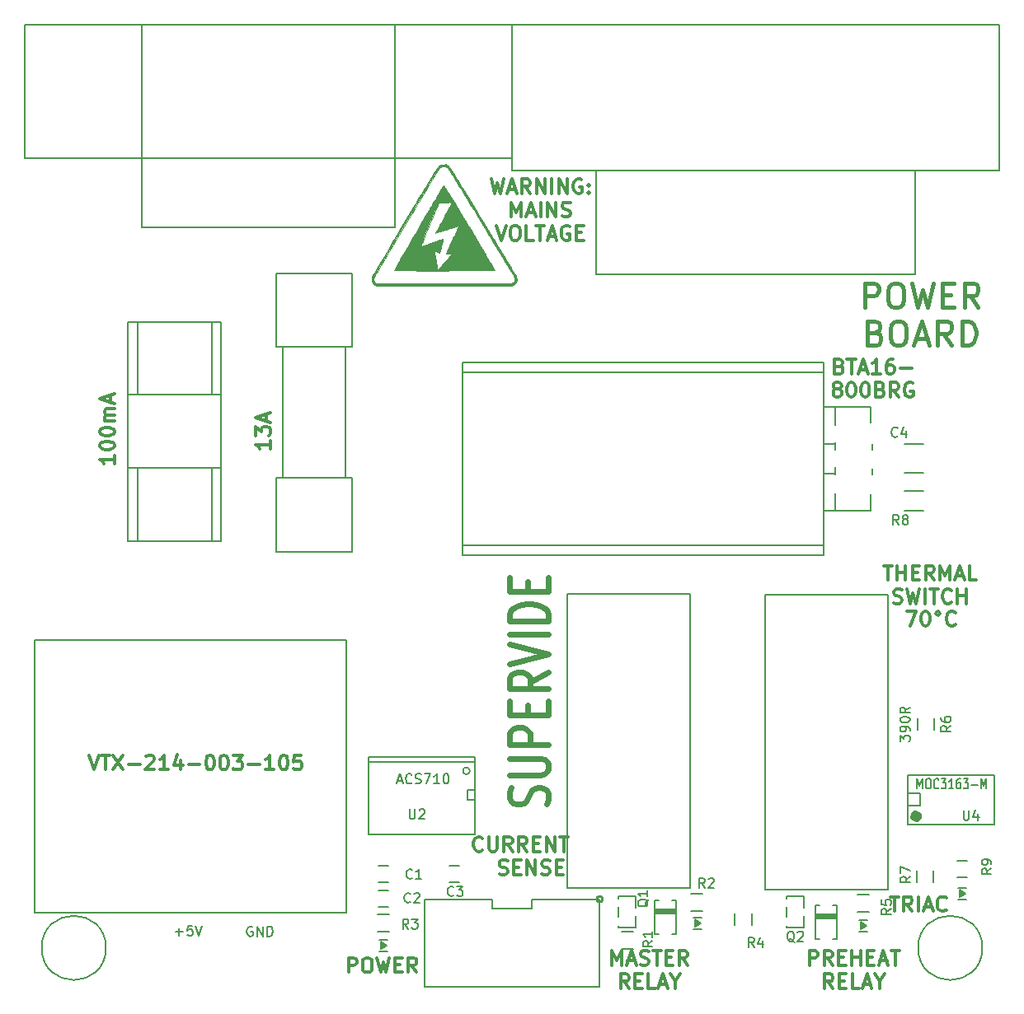
<source format=gto>
G04 #@! TF.FileFunction,Legend,Top*
%FSLAX46Y46*%
G04 Gerber Fmt 4.6, Leading zero omitted, Abs format (unit mm)*
G04 Created by KiCad (PCBNEW 0.201507280910+6003~25~ubuntu14.04.1-product) date Wed 07 Oct 2015 02:08:59 BST*
%MOMM*%
G01*
G04 APERTURE LIST*
%ADD10C,0.100000*%
%ADD11C,0.300000*%
%ADD12C,0.400000*%
%ADD13C,0.600000*%
%ADD14C,1.000000*%
%ADD15C,0.150000*%
%ADD16C,0.010000*%
G04 APERTURE END LIST*
D10*
D11*
X77859571Y-47959571D02*
X78216714Y-49459571D01*
X78502428Y-48388143D01*
X78788142Y-49459571D01*
X79145285Y-47959571D01*
X79645285Y-49031000D02*
X80359571Y-49031000D01*
X79502428Y-49459571D02*
X80002428Y-47959571D01*
X80502428Y-49459571D01*
X81859571Y-49459571D02*
X81359571Y-48745286D01*
X81002428Y-49459571D02*
X81002428Y-47959571D01*
X81573856Y-47959571D01*
X81716714Y-48031000D01*
X81788142Y-48102429D01*
X81859571Y-48245286D01*
X81859571Y-48459571D01*
X81788142Y-48602429D01*
X81716714Y-48673857D01*
X81573856Y-48745286D01*
X81002428Y-48745286D01*
X82502428Y-49459571D02*
X82502428Y-47959571D01*
X83359571Y-49459571D01*
X83359571Y-47959571D01*
X84073857Y-49459571D02*
X84073857Y-47959571D01*
X84788143Y-49459571D02*
X84788143Y-47959571D01*
X85645286Y-49459571D01*
X85645286Y-47959571D01*
X87145286Y-48031000D02*
X87002429Y-47959571D01*
X86788143Y-47959571D01*
X86573858Y-48031000D01*
X86431000Y-48173857D01*
X86359572Y-48316714D01*
X86288143Y-48602429D01*
X86288143Y-48816714D01*
X86359572Y-49102429D01*
X86431000Y-49245286D01*
X86573858Y-49388143D01*
X86788143Y-49459571D01*
X86931000Y-49459571D01*
X87145286Y-49388143D01*
X87216715Y-49316714D01*
X87216715Y-48816714D01*
X86931000Y-48816714D01*
X87859572Y-49316714D02*
X87931000Y-49388143D01*
X87859572Y-49459571D01*
X87788143Y-49388143D01*
X87859572Y-49316714D01*
X87859572Y-49459571D01*
X87859572Y-48531000D02*
X87931000Y-48602429D01*
X87859572Y-48673857D01*
X87788143Y-48602429D01*
X87859572Y-48531000D01*
X87859572Y-48673857D01*
X79931000Y-51859571D02*
X79931000Y-50359571D01*
X80431000Y-51431000D01*
X80931000Y-50359571D01*
X80931000Y-51859571D01*
X81573857Y-51431000D02*
X82288143Y-51431000D01*
X81431000Y-51859571D02*
X81931000Y-50359571D01*
X82431000Y-51859571D01*
X82931000Y-51859571D02*
X82931000Y-50359571D01*
X83645286Y-51859571D02*
X83645286Y-50359571D01*
X84502429Y-51859571D01*
X84502429Y-50359571D01*
X85145286Y-51788143D02*
X85359572Y-51859571D01*
X85716715Y-51859571D01*
X85859572Y-51788143D01*
X85931001Y-51716714D01*
X86002429Y-51573857D01*
X86002429Y-51431000D01*
X85931001Y-51288143D01*
X85859572Y-51216714D01*
X85716715Y-51145286D01*
X85431001Y-51073857D01*
X85288143Y-51002429D01*
X85216715Y-50931000D01*
X85145286Y-50788143D01*
X85145286Y-50645286D01*
X85216715Y-50502429D01*
X85288143Y-50431000D01*
X85431001Y-50359571D01*
X85788143Y-50359571D01*
X86002429Y-50431000D01*
X78395286Y-52759571D02*
X78895286Y-54259571D01*
X79395286Y-52759571D01*
X80181000Y-52759571D02*
X80466714Y-52759571D01*
X80609572Y-52831000D01*
X80752429Y-52973857D01*
X80823857Y-53259571D01*
X80823857Y-53759571D01*
X80752429Y-54045286D01*
X80609572Y-54188143D01*
X80466714Y-54259571D01*
X80181000Y-54259571D01*
X80038143Y-54188143D01*
X79895286Y-54045286D01*
X79823857Y-53759571D01*
X79823857Y-53259571D01*
X79895286Y-52973857D01*
X80038143Y-52831000D01*
X80181000Y-52759571D01*
X82181001Y-54259571D02*
X81466715Y-54259571D01*
X81466715Y-52759571D01*
X82466715Y-52759571D02*
X83323858Y-52759571D01*
X82895287Y-54259571D02*
X82895287Y-52759571D01*
X83752429Y-53831000D02*
X84466715Y-53831000D01*
X83609572Y-54259571D02*
X84109572Y-52759571D01*
X84609572Y-54259571D01*
X85895286Y-52831000D02*
X85752429Y-52759571D01*
X85538143Y-52759571D01*
X85323858Y-52831000D01*
X85181000Y-52973857D01*
X85109572Y-53116714D01*
X85038143Y-53402429D01*
X85038143Y-53616714D01*
X85109572Y-53902429D01*
X85181000Y-54045286D01*
X85323858Y-54188143D01*
X85538143Y-54259571D01*
X85681000Y-54259571D01*
X85895286Y-54188143D01*
X85966715Y-54116714D01*
X85966715Y-53616714D01*
X85681000Y-53616714D01*
X86609572Y-53473857D02*
X87109572Y-53473857D01*
X87323858Y-54259571D02*
X86609572Y-54259571D01*
X86609572Y-52759571D01*
X87323858Y-52759571D01*
D12*
X116209690Y-61156952D02*
X116209690Y-58656952D01*
X117162071Y-58656952D01*
X117400166Y-58776000D01*
X117519214Y-58895048D01*
X117638262Y-59133143D01*
X117638262Y-59490286D01*
X117519214Y-59728381D01*
X117400166Y-59847429D01*
X117162071Y-59966476D01*
X116209690Y-59966476D01*
X119185881Y-58656952D02*
X119662071Y-58656952D01*
X119900166Y-58776000D01*
X120138262Y-59014095D01*
X120257309Y-59490286D01*
X120257309Y-60323619D01*
X120138262Y-60799810D01*
X119900166Y-61037905D01*
X119662071Y-61156952D01*
X119185881Y-61156952D01*
X118947785Y-61037905D01*
X118709690Y-60799810D01*
X118590642Y-60323619D01*
X118590642Y-59490286D01*
X118709690Y-59014095D01*
X118947785Y-58776000D01*
X119185881Y-58656952D01*
X121090643Y-58656952D02*
X121685881Y-61156952D01*
X122162071Y-59371238D01*
X122638262Y-61156952D01*
X123233500Y-58656952D01*
X124185881Y-59847429D02*
X125019214Y-59847429D01*
X125376357Y-61156952D02*
X124185881Y-61156952D01*
X124185881Y-58656952D01*
X125376357Y-58656952D01*
X127876358Y-61156952D02*
X127043024Y-59966476D01*
X126447786Y-61156952D02*
X126447786Y-58656952D01*
X127400167Y-58656952D01*
X127638262Y-58776000D01*
X127757310Y-58895048D01*
X127876358Y-59133143D01*
X127876358Y-59490286D01*
X127757310Y-59728381D01*
X127638262Y-59847429D01*
X127400167Y-59966476D01*
X126447786Y-59966476D01*
X117281119Y-63747429D02*
X117638262Y-63866476D01*
X117757310Y-63985524D01*
X117876358Y-64223619D01*
X117876358Y-64580762D01*
X117757310Y-64818857D01*
X117638262Y-64937905D01*
X117400167Y-65056952D01*
X116447786Y-65056952D01*
X116447786Y-62556952D01*
X117281119Y-62556952D01*
X117519215Y-62676000D01*
X117638262Y-62795048D01*
X117757310Y-63033143D01*
X117757310Y-63271238D01*
X117638262Y-63509333D01*
X117519215Y-63628381D01*
X117281119Y-63747429D01*
X116447786Y-63747429D01*
X119423977Y-62556952D02*
X119900167Y-62556952D01*
X120138262Y-62676000D01*
X120376358Y-62914095D01*
X120495405Y-63390286D01*
X120495405Y-64223619D01*
X120376358Y-64699810D01*
X120138262Y-64937905D01*
X119900167Y-65056952D01*
X119423977Y-65056952D01*
X119185881Y-64937905D01*
X118947786Y-64699810D01*
X118828738Y-64223619D01*
X118828738Y-63390286D01*
X118947786Y-62914095D01*
X119185881Y-62676000D01*
X119423977Y-62556952D01*
X121447786Y-64342667D02*
X122638263Y-64342667D01*
X121209691Y-65056952D02*
X122043025Y-62556952D01*
X122876358Y-65056952D01*
X125138263Y-65056952D02*
X124304929Y-63866476D01*
X123709691Y-65056952D02*
X123709691Y-62556952D01*
X124662072Y-62556952D01*
X124900167Y-62676000D01*
X125019215Y-62795048D01*
X125138263Y-63033143D01*
X125138263Y-63390286D01*
X125019215Y-63628381D01*
X124900167Y-63747429D01*
X124662072Y-63866476D01*
X123709691Y-63866476D01*
X126209691Y-65056952D02*
X126209691Y-62556952D01*
X126804929Y-62556952D01*
X127162072Y-62676000D01*
X127400167Y-62914095D01*
X127519215Y-63152190D01*
X127638263Y-63628381D01*
X127638263Y-63985524D01*
X127519215Y-64461714D01*
X127400167Y-64699810D01*
X127162072Y-64937905D01*
X126804929Y-65056952D01*
X126209691Y-65056952D01*
D13*
X83534048Y-112226857D02*
X83724524Y-111798286D01*
X83724524Y-111084000D01*
X83534048Y-110798286D01*
X83343571Y-110655429D01*
X82962619Y-110512572D01*
X82581667Y-110512572D01*
X82200714Y-110655429D01*
X82010238Y-110798286D01*
X81819762Y-111084000D01*
X81629286Y-111655429D01*
X81438810Y-111941143D01*
X81248333Y-112084000D01*
X80867381Y-112226857D01*
X80486429Y-112226857D01*
X80105476Y-112084000D01*
X79915000Y-111941143D01*
X79724524Y-111655429D01*
X79724524Y-110941143D01*
X79915000Y-110512572D01*
X79724524Y-109226857D02*
X82962619Y-109226857D01*
X83343571Y-109084000D01*
X83534048Y-108941143D01*
X83724524Y-108655429D01*
X83724524Y-108084000D01*
X83534048Y-107798286D01*
X83343571Y-107655429D01*
X82962619Y-107512572D01*
X79724524Y-107512572D01*
X83724524Y-106084000D02*
X79724524Y-106084000D01*
X79724524Y-104941143D01*
X79915000Y-104655429D01*
X80105476Y-104512572D01*
X80486429Y-104369715D01*
X81057857Y-104369715D01*
X81438810Y-104512572D01*
X81629286Y-104655429D01*
X81819762Y-104941143D01*
X81819762Y-106084000D01*
X81629286Y-103084000D02*
X81629286Y-102084000D01*
X83724524Y-101655429D02*
X83724524Y-103084000D01*
X79724524Y-103084000D01*
X79724524Y-101655429D01*
X83724524Y-98655429D02*
X81819762Y-99655429D01*
X83724524Y-100369714D02*
X79724524Y-100369714D01*
X79724524Y-99226857D01*
X79915000Y-98941143D01*
X80105476Y-98798286D01*
X80486429Y-98655429D01*
X81057857Y-98655429D01*
X81438810Y-98798286D01*
X81629286Y-98941143D01*
X81819762Y-99226857D01*
X81819762Y-100369714D01*
X79724524Y-97798286D02*
X83724524Y-96798286D01*
X79724524Y-95798286D01*
X83724524Y-94798285D02*
X79724524Y-94798285D01*
X83724524Y-93369714D02*
X79724524Y-93369714D01*
X79724524Y-92655429D01*
X79915000Y-92226857D01*
X80295952Y-91941143D01*
X80676905Y-91798286D01*
X81438810Y-91655429D01*
X82010238Y-91655429D01*
X82772143Y-91798286D01*
X83153095Y-91941143D01*
X83534048Y-92226857D01*
X83724524Y-92655429D01*
X83724524Y-93369714D01*
X81629286Y-90369714D02*
X81629286Y-89369714D01*
X83724524Y-88941143D02*
X83724524Y-90369714D01*
X79724524Y-90369714D01*
X79724524Y-88941143D01*
D11*
X110562000Y-128764571D02*
X110562000Y-127264571D01*
X111133428Y-127264571D01*
X111276286Y-127336000D01*
X111347714Y-127407429D01*
X111419143Y-127550286D01*
X111419143Y-127764571D01*
X111347714Y-127907429D01*
X111276286Y-127978857D01*
X111133428Y-128050286D01*
X110562000Y-128050286D01*
X112919143Y-128764571D02*
X112419143Y-128050286D01*
X112062000Y-128764571D02*
X112062000Y-127264571D01*
X112633428Y-127264571D01*
X112776286Y-127336000D01*
X112847714Y-127407429D01*
X112919143Y-127550286D01*
X112919143Y-127764571D01*
X112847714Y-127907429D01*
X112776286Y-127978857D01*
X112633428Y-128050286D01*
X112062000Y-128050286D01*
X113562000Y-127978857D02*
X114062000Y-127978857D01*
X114276286Y-128764571D02*
X113562000Y-128764571D01*
X113562000Y-127264571D01*
X114276286Y-127264571D01*
X114919143Y-128764571D02*
X114919143Y-127264571D01*
X114919143Y-127978857D02*
X115776286Y-127978857D01*
X115776286Y-128764571D02*
X115776286Y-127264571D01*
X116490572Y-127978857D02*
X116990572Y-127978857D01*
X117204858Y-128764571D02*
X116490572Y-128764571D01*
X116490572Y-127264571D01*
X117204858Y-127264571D01*
X117776286Y-128336000D02*
X118490572Y-128336000D01*
X117633429Y-128764571D02*
X118133429Y-127264571D01*
X118633429Y-128764571D01*
X118919143Y-127264571D02*
X119776286Y-127264571D01*
X119347715Y-128764571D02*
X119347715Y-127264571D01*
X112954858Y-131164571D02*
X112454858Y-130450286D01*
X112097715Y-131164571D02*
X112097715Y-129664571D01*
X112669143Y-129664571D01*
X112812001Y-129736000D01*
X112883429Y-129807429D01*
X112954858Y-129950286D01*
X112954858Y-130164571D01*
X112883429Y-130307429D01*
X112812001Y-130378857D01*
X112669143Y-130450286D01*
X112097715Y-130450286D01*
X113597715Y-130378857D02*
X114097715Y-130378857D01*
X114312001Y-131164571D02*
X113597715Y-131164571D01*
X113597715Y-129664571D01*
X114312001Y-129664571D01*
X115669144Y-131164571D02*
X114954858Y-131164571D01*
X114954858Y-129664571D01*
X116097715Y-130736000D02*
X116812001Y-130736000D01*
X115954858Y-131164571D02*
X116454858Y-129664571D01*
X116954858Y-131164571D01*
X117740572Y-130450286D02*
X117740572Y-131164571D01*
X117240572Y-129664571D02*
X117740572Y-130450286D01*
X118240572Y-129664571D01*
X90249858Y-128764571D02*
X90249858Y-127264571D01*
X90749858Y-128336000D01*
X91249858Y-127264571D01*
X91249858Y-128764571D01*
X91892715Y-128336000D02*
X92607001Y-128336000D01*
X91749858Y-128764571D02*
X92249858Y-127264571D01*
X92749858Y-128764571D01*
X93178429Y-128693143D02*
X93392715Y-128764571D01*
X93749858Y-128764571D01*
X93892715Y-128693143D01*
X93964144Y-128621714D01*
X94035572Y-128478857D01*
X94035572Y-128336000D01*
X93964144Y-128193143D01*
X93892715Y-128121714D01*
X93749858Y-128050286D01*
X93464144Y-127978857D01*
X93321286Y-127907429D01*
X93249858Y-127836000D01*
X93178429Y-127693143D01*
X93178429Y-127550286D01*
X93249858Y-127407429D01*
X93321286Y-127336000D01*
X93464144Y-127264571D01*
X93821286Y-127264571D01*
X94035572Y-127336000D01*
X94464143Y-127264571D02*
X95321286Y-127264571D01*
X94892715Y-128764571D02*
X94892715Y-127264571D01*
X95821286Y-127978857D02*
X96321286Y-127978857D01*
X96535572Y-128764571D02*
X95821286Y-128764571D01*
X95821286Y-127264571D01*
X96535572Y-127264571D01*
X98035572Y-128764571D02*
X97535572Y-128050286D01*
X97178429Y-128764571D02*
X97178429Y-127264571D01*
X97749857Y-127264571D01*
X97892715Y-127336000D01*
X97964143Y-127407429D01*
X98035572Y-127550286D01*
X98035572Y-127764571D01*
X97964143Y-127907429D01*
X97892715Y-127978857D01*
X97749857Y-128050286D01*
X97178429Y-128050286D01*
X91999858Y-131164571D02*
X91499858Y-130450286D01*
X91142715Y-131164571D02*
X91142715Y-129664571D01*
X91714143Y-129664571D01*
X91857001Y-129736000D01*
X91928429Y-129807429D01*
X91999858Y-129950286D01*
X91999858Y-130164571D01*
X91928429Y-130307429D01*
X91857001Y-130378857D01*
X91714143Y-130450286D01*
X91142715Y-130450286D01*
X92642715Y-130378857D02*
X93142715Y-130378857D01*
X93357001Y-131164571D02*
X92642715Y-131164571D01*
X92642715Y-129664571D01*
X93357001Y-129664571D01*
X94714144Y-131164571D02*
X93999858Y-131164571D01*
X93999858Y-129664571D01*
X95142715Y-130736000D02*
X95857001Y-130736000D01*
X94999858Y-131164571D02*
X95499858Y-129664571D01*
X95999858Y-131164571D01*
X96785572Y-130450286D02*
X96785572Y-131164571D01*
X96285572Y-129664571D02*
X96785572Y-130450286D01*
X97285572Y-129664571D01*
X76978357Y-116937714D02*
X76906928Y-117009143D01*
X76692642Y-117080571D01*
X76549785Y-117080571D01*
X76335500Y-117009143D01*
X76192642Y-116866286D01*
X76121214Y-116723429D01*
X76049785Y-116437714D01*
X76049785Y-116223429D01*
X76121214Y-115937714D01*
X76192642Y-115794857D01*
X76335500Y-115652000D01*
X76549785Y-115580571D01*
X76692642Y-115580571D01*
X76906928Y-115652000D01*
X76978357Y-115723429D01*
X77621214Y-115580571D02*
X77621214Y-116794857D01*
X77692642Y-116937714D01*
X77764071Y-117009143D01*
X77906928Y-117080571D01*
X78192642Y-117080571D01*
X78335500Y-117009143D01*
X78406928Y-116937714D01*
X78478357Y-116794857D01*
X78478357Y-115580571D01*
X80049786Y-117080571D02*
X79549786Y-116366286D01*
X79192643Y-117080571D02*
X79192643Y-115580571D01*
X79764071Y-115580571D01*
X79906929Y-115652000D01*
X79978357Y-115723429D01*
X80049786Y-115866286D01*
X80049786Y-116080571D01*
X79978357Y-116223429D01*
X79906929Y-116294857D01*
X79764071Y-116366286D01*
X79192643Y-116366286D01*
X81549786Y-117080571D02*
X81049786Y-116366286D01*
X80692643Y-117080571D02*
X80692643Y-115580571D01*
X81264071Y-115580571D01*
X81406929Y-115652000D01*
X81478357Y-115723429D01*
X81549786Y-115866286D01*
X81549786Y-116080571D01*
X81478357Y-116223429D01*
X81406929Y-116294857D01*
X81264071Y-116366286D01*
X80692643Y-116366286D01*
X82192643Y-116294857D02*
X82692643Y-116294857D01*
X82906929Y-117080571D02*
X82192643Y-117080571D01*
X82192643Y-115580571D01*
X82906929Y-115580571D01*
X83549786Y-117080571D02*
X83549786Y-115580571D01*
X84406929Y-117080571D01*
X84406929Y-115580571D01*
X84906929Y-115580571D02*
X85764072Y-115580571D01*
X85335501Y-117080571D02*
X85335501Y-115580571D01*
X78692643Y-119409143D02*
X78906929Y-119480571D01*
X79264072Y-119480571D01*
X79406929Y-119409143D01*
X79478358Y-119337714D01*
X79549786Y-119194857D01*
X79549786Y-119052000D01*
X79478358Y-118909143D01*
X79406929Y-118837714D01*
X79264072Y-118766286D01*
X78978358Y-118694857D01*
X78835500Y-118623429D01*
X78764072Y-118552000D01*
X78692643Y-118409143D01*
X78692643Y-118266286D01*
X78764072Y-118123429D01*
X78835500Y-118052000D01*
X78978358Y-117980571D01*
X79335500Y-117980571D01*
X79549786Y-118052000D01*
X80192643Y-118694857D02*
X80692643Y-118694857D01*
X80906929Y-119480571D02*
X80192643Y-119480571D01*
X80192643Y-117980571D01*
X80906929Y-117980571D01*
X81549786Y-119480571D02*
X81549786Y-117980571D01*
X82406929Y-119480571D01*
X82406929Y-117980571D01*
X83049786Y-119409143D02*
X83264072Y-119480571D01*
X83621215Y-119480571D01*
X83764072Y-119409143D01*
X83835501Y-119337714D01*
X83906929Y-119194857D01*
X83906929Y-119052000D01*
X83835501Y-118909143D01*
X83764072Y-118837714D01*
X83621215Y-118766286D01*
X83335501Y-118694857D01*
X83192643Y-118623429D01*
X83121215Y-118552000D01*
X83049786Y-118409143D01*
X83049786Y-118266286D01*
X83121215Y-118123429D01*
X83192643Y-118052000D01*
X83335501Y-117980571D01*
X83692643Y-117980571D01*
X83906929Y-118052000D01*
X84549786Y-118694857D02*
X85049786Y-118694857D01*
X85264072Y-119480571D02*
X84549786Y-119480571D01*
X84549786Y-117980571D01*
X85264072Y-117980571D01*
X113629715Y-67209357D02*
X113844001Y-67280786D01*
X113915429Y-67352214D01*
X113986858Y-67495071D01*
X113986858Y-67709357D01*
X113915429Y-67852214D01*
X113844001Y-67923643D01*
X113701143Y-67995071D01*
X113129715Y-67995071D01*
X113129715Y-66495071D01*
X113629715Y-66495071D01*
X113772572Y-66566500D01*
X113844001Y-66637929D01*
X113915429Y-66780786D01*
X113915429Y-66923643D01*
X113844001Y-67066500D01*
X113772572Y-67137929D01*
X113629715Y-67209357D01*
X113129715Y-67209357D01*
X114415429Y-66495071D02*
X115272572Y-66495071D01*
X114844001Y-67995071D02*
X114844001Y-66495071D01*
X115701143Y-67566500D02*
X116415429Y-67566500D01*
X115558286Y-67995071D02*
X116058286Y-66495071D01*
X116558286Y-67995071D01*
X117844000Y-67995071D02*
X116986857Y-67995071D01*
X117415429Y-67995071D02*
X117415429Y-66495071D01*
X117272572Y-66709357D01*
X117129714Y-66852214D01*
X116986857Y-66923643D01*
X119129714Y-66495071D02*
X118844000Y-66495071D01*
X118701143Y-66566500D01*
X118629714Y-66637929D01*
X118486857Y-66852214D01*
X118415428Y-67137929D01*
X118415428Y-67709357D01*
X118486857Y-67852214D01*
X118558285Y-67923643D01*
X118701143Y-67995071D01*
X118986857Y-67995071D01*
X119129714Y-67923643D01*
X119201143Y-67852214D01*
X119272571Y-67709357D01*
X119272571Y-67352214D01*
X119201143Y-67209357D01*
X119129714Y-67137929D01*
X118986857Y-67066500D01*
X118701143Y-67066500D01*
X118558285Y-67137929D01*
X118486857Y-67209357D01*
X118415428Y-67352214D01*
X119915428Y-67423643D02*
X121058285Y-67423643D01*
X113272573Y-69537929D02*
X113129715Y-69466500D01*
X113058287Y-69395071D01*
X112986858Y-69252214D01*
X112986858Y-69180786D01*
X113058287Y-69037929D01*
X113129715Y-68966500D01*
X113272573Y-68895071D01*
X113558287Y-68895071D01*
X113701144Y-68966500D01*
X113772573Y-69037929D01*
X113844001Y-69180786D01*
X113844001Y-69252214D01*
X113772573Y-69395071D01*
X113701144Y-69466500D01*
X113558287Y-69537929D01*
X113272573Y-69537929D01*
X113129715Y-69609357D01*
X113058287Y-69680786D01*
X112986858Y-69823643D01*
X112986858Y-70109357D01*
X113058287Y-70252214D01*
X113129715Y-70323643D01*
X113272573Y-70395071D01*
X113558287Y-70395071D01*
X113701144Y-70323643D01*
X113772573Y-70252214D01*
X113844001Y-70109357D01*
X113844001Y-69823643D01*
X113772573Y-69680786D01*
X113701144Y-69609357D01*
X113558287Y-69537929D01*
X114772572Y-68895071D02*
X114915429Y-68895071D01*
X115058286Y-68966500D01*
X115129715Y-69037929D01*
X115201144Y-69180786D01*
X115272572Y-69466500D01*
X115272572Y-69823643D01*
X115201144Y-70109357D01*
X115129715Y-70252214D01*
X115058286Y-70323643D01*
X114915429Y-70395071D01*
X114772572Y-70395071D01*
X114629715Y-70323643D01*
X114558286Y-70252214D01*
X114486858Y-70109357D01*
X114415429Y-69823643D01*
X114415429Y-69466500D01*
X114486858Y-69180786D01*
X114558286Y-69037929D01*
X114629715Y-68966500D01*
X114772572Y-68895071D01*
X116201143Y-68895071D02*
X116344000Y-68895071D01*
X116486857Y-68966500D01*
X116558286Y-69037929D01*
X116629715Y-69180786D01*
X116701143Y-69466500D01*
X116701143Y-69823643D01*
X116629715Y-70109357D01*
X116558286Y-70252214D01*
X116486857Y-70323643D01*
X116344000Y-70395071D01*
X116201143Y-70395071D01*
X116058286Y-70323643D01*
X115986857Y-70252214D01*
X115915429Y-70109357D01*
X115844000Y-69823643D01*
X115844000Y-69466500D01*
X115915429Y-69180786D01*
X115986857Y-69037929D01*
X116058286Y-68966500D01*
X116201143Y-68895071D01*
X117844000Y-69609357D02*
X118058286Y-69680786D01*
X118129714Y-69752214D01*
X118201143Y-69895071D01*
X118201143Y-70109357D01*
X118129714Y-70252214D01*
X118058286Y-70323643D01*
X117915428Y-70395071D01*
X117344000Y-70395071D01*
X117344000Y-68895071D01*
X117844000Y-68895071D01*
X117986857Y-68966500D01*
X118058286Y-69037929D01*
X118129714Y-69180786D01*
X118129714Y-69323643D01*
X118058286Y-69466500D01*
X117986857Y-69537929D01*
X117844000Y-69609357D01*
X117344000Y-69609357D01*
X119701143Y-70395071D02*
X119201143Y-69680786D01*
X118844000Y-70395071D02*
X118844000Y-68895071D01*
X119415428Y-68895071D01*
X119558286Y-68966500D01*
X119629714Y-69037929D01*
X119701143Y-69180786D01*
X119701143Y-69395071D01*
X119629714Y-69537929D01*
X119558286Y-69609357D01*
X119415428Y-69680786D01*
X118844000Y-69680786D01*
X121129714Y-68966500D02*
X120986857Y-68895071D01*
X120772571Y-68895071D01*
X120558286Y-68966500D01*
X120415428Y-69109357D01*
X120344000Y-69252214D01*
X120272571Y-69537929D01*
X120272571Y-69752214D01*
X120344000Y-70037929D01*
X120415428Y-70180786D01*
X120558286Y-70323643D01*
X120772571Y-70395071D01*
X120915428Y-70395071D01*
X121129714Y-70323643D01*
X121201143Y-70252214D01*
X121201143Y-69752214D01*
X120915428Y-69752214D01*
X118186000Y-87704071D02*
X119043143Y-87704071D01*
X118614572Y-89204071D02*
X118614572Y-87704071D01*
X119543143Y-89204071D02*
X119543143Y-87704071D01*
X119543143Y-88418357D02*
X120400286Y-88418357D01*
X120400286Y-89204071D02*
X120400286Y-87704071D01*
X121114572Y-88418357D02*
X121614572Y-88418357D01*
X121828858Y-89204071D02*
X121114572Y-89204071D01*
X121114572Y-87704071D01*
X121828858Y-87704071D01*
X123328858Y-89204071D02*
X122828858Y-88489786D01*
X122471715Y-89204071D02*
X122471715Y-87704071D01*
X123043143Y-87704071D01*
X123186001Y-87775500D01*
X123257429Y-87846929D01*
X123328858Y-87989786D01*
X123328858Y-88204071D01*
X123257429Y-88346929D01*
X123186001Y-88418357D01*
X123043143Y-88489786D01*
X122471715Y-88489786D01*
X123971715Y-89204071D02*
X123971715Y-87704071D01*
X124471715Y-88775500D01*
X124971715Y-87704071D01*
X124971715Y-89204071D01*
X125614572Y-88775500D02*
X126328858Y-88775500D01*
X125471715Y-89204071D02*
X125971715Y-87704071D01*
X126471715Y-89204071D01*
X127686001Y-89204071D02*
X126971715Y-89204071D01*
X126971715Y-87704071D01*
X119186000Y-91532643D02*
X119400286Y-91604071D01*
X119757429Y-91604071D01*
X119900286Y-91532643D01*
X119971715Y-91461214D01*
X120043143Y-91318357D01*
X120043143Y-91175500D01*
X119971715Y-91032643D01*
X119900286Y-90961214D01*
X119757429Y-90889786D01*
X119471715Y-90818357D01*
X119328857Y-90746929D01*
X119257429Y-90675500D01*
X119186000Y-90532643D01*
X119186000Y-90389786D01*
X119257429Y-90246929D01*
X119328857Y-90175500D01*
X119471715Y-90104071D01*
X119828857Y-90104071D01*
X120043143Y-90175500D01*
X120543143Y-90104071D02*
X120900286Y-91604071D01*
X121186000Y-90532643D01*
X121471714Y-91604071D01*
X121828857Y-90104071D01*
X122400286Y-91604071D02*
X122400286Y-90104071D01*
X122900286Y-90104071D02*
X123757429Y-90104071D01*
X123328858Y-91604071D02*
X123328858Y-90104071D01*
X125114572Y-91461214D02*
X125043143Y-91532643D01*
X124828857Y-91604071D01*
X124686000Y-91604071D01*
X124471715Y-91532643D01*
X124328857Y-91389786D01*
X124257429Y-91246929D01*
X124186000Y-90961214D01*
X124186000Y-90746929D01*
X124257429Y-90461214D01*
X124328857Y-90318357D01*
X124471715Y-90175500D01*
X124686000Y-90104071D01*
X124828857Y-90104071D01*
X125043143Y-90175500D01*
X125114572Y-90246929D01*
X125757429Y-91604071D02*
X125757429Y-90104071D01*
X125757429Y-90818357D02*
X126614572Y-90818357D01*
X126614572Y-91604071D02*
X126614572Y-90104071D01*
D14*
X121602500Y-113474500D02*
G75*
G03X121602500Y-113474500I-127000J0D01*
G01*
D11*
X36561502Y-107192071D02*
X37061502Y-108692071D01*
X37561502Y-107192071D01*
X37847216Y-107192071D02*
X38704359Y-107192071D01*
X38275788Y-108692071D02*
X38275788Y-107192071D01*
X39061502Y-107192071D02*
X40061502Y-108692071D01*
X40061502Y-107192071D02*
X39061502Y-108692071D01*
X40632930Y-108120643D02*
X41775787Y-108120643D01*
X42418644Y-107334929D02*
X42490073Y-107263500D01*
X42632930Y-107192071D01*
X42990073Y-107192071D01*
X43132930Y-107263500D01*
X43204359Y-107334929D01*
X43275787Y-107477786D01*
X43275787Y-107620643D01*
X43204359Y-107834929D01*
X42347216Y-108692071D01*
X43275787Y-108692071D01*
X44704358Y-108692071D02*
X43847215Y-108692071D01*
X44275787Y-108692071D02*
X44275787Y-107192071D01*
X44132930Y-107406357D01*
X43990072Y-107549214D01*
X43847215Y-107620643D01*
X45990072Y-107692071D02*
X45990072Y-108692071D01*
X45632929Y-107120643D02*
X45275786Y-108192071D01*
X46204358Y-108192071D01*
X46775786Y-108120643D02*
X47918643Y-108120643D01*
X48918643Y-107192071D02*
X49061500Y-107192071D01*
X49204357Y-107263500D01*
X49275786Y-107334929D01*
X49347215Y-107477786D01*
X49418643Y-107763500D01*
X49418643Y-108120643D01*
X49347215Y-108406357D01*
X49275786Y-108549214D01*
X49204357Y-108620643D01*
X49061500Y-108692071D01*
X48918643Y-108692071D01*
X48775786Y-108620643D01*
X48704357Y-108549214D01*
X48632929Y-108406357D01*
X48561500Y-108120643D01*
X48561500Y-107763500D01*
X48632929Y-107477786D01*
X48704357Y-107334929D01*
X48775786Y-107263500D01*
X48918643Y-107192071D01*
X50347214Y-107192071D02*
X50490071Y-107192071D01*
X50632928Y-107263500D01*
X50704357Y-107334929D01*
X50775786Y-107477786D01*
X50847214Y-107763500D01*
X50847214Y-108120643D01*
X50775786Y-108406357D01*
X50704357Y-108549214D01*
X50632928Y-108620643D01*
X50490071Y-108692071D01*
X50347214Y-108692071D01*
X50204357Y-108620643D01*
X50132928Y-108549214D01*
X50061500Y-108406357D01*
X49990071Y-108120643D01*
X49990071Y-107763500D01*
X50061500Y-107477786D01*
X50132928Y-107334929D01*
X50204357Y-107263500D01*
X50347214Y-107192071D01*
X51347214Y-107192071D02*
X52275785Y-107192071D01*
X51775785Y-107763500D01*
X51990071Y-107763500D01*
X52132928Y-107834929D01*
X52204357Y-107906357D01*
X52275785Y-108049214D01*
X52275785Y-108406357D01*
X52204357Y-108549214D01*
X52132928Y-108620643D01*
X51990071Y-108692071D01*
X51561499Y-108692071D01*
X51418642Y-108620643D01*
X51347214Y-108549214D01*
X52918642Y-108120643D02*
X54061499Y-108120643D01*
X55561499Y-108692071D02*
X54704356Y-108692071D01*
X55132928Y-108692071D02*
X55132928Y-107192071D01*
X54990071Y-107406357D01*
X54847213Y-107549214D01*
X54704356Y-107620643D01*
X56490070Y-107192071D02*
X56632927Y-107192071D01*
X56775784Y-107263500D01*
X56847213Y-107334929D01*
X56918642Y-107477786D01*
X56990070Y-107763500D01*
X56990070Y-108120643D01*
X56918642Y-108406357D01*
X56847213Y-108549214D01*
X56775784Y-108620643D01*
X56632927Y-108692071D01*
X56490070Y-108692071D01*
X56347213Y-108620643D01*
X56275784Y-108549214D01*
X56204356Y-108406357D01*
X56132927Y-108120643D01*
X56132927Y-107763500D01*
X56204356Y-107477786D01*
X56275784Y-107334929D01*
X56347213Y-107263500D01*
X56490070Y-107192071D01*
X58347213Y-107192071D02*
X57632927Y-107192071D01*
X57561498Y-107906357D01*
X57632927Y-107834929D01*
X57775784Y-107763500D01*
X58132927Y-107763500D01*
X58275784Y-107834929D01*
X58347213Y-107906357D01*
X58418641Y-108049214D01*
X58418641Y-108406357D01*
X58347213Y-108549214D01*
X58275784Y-108620643D01*
X58132927Y-108692071D01*
X57775784Y-108692071D01*
X57632927Y-108620643D01*
X57561498Y-108549214D01*
D15*
X113157000Y-71374000D02*
X113157000Y-73279000D01*
X113157000Y-75819000D02*
X113157000Y-75057000D01*
X113157000Y-78232000D02*
X113157000Y-78359000D01*
X113157000Y-78232000D02*
X113157000Y-77597000D01*
X113157000Y-82042000D02*
X113157000Y-80264000D01*
X116840000Y-82042000D02*
X116840000Y-80391000D01*
X116967000Y-77724000D02*
X116967000Y-78359000D01*
X116967000Y-75184000D02*
X116967000Y-75819000D01*
X116840000Y-71374000D02*
X116840000Y-73025000D01*
X112014000Y-78232000D02*
X113157000Y-78232000D01*
X112014000Y-75184000D02*
X113157000Y-75184000D01*
X113157000Y-71374000D02*
X116840000Y-71374000D01*
X116840000Y-82042000D02*
X113157000Y-82042000D01*
X112014000Y-71374000D02*
X113157000Y-71374000D01*
X113157000Y-82042000D02*
X112014000Y-82042000D01*
X112014000Y-76708000D02*
X112014000Y-82042000D01*
X112014000Y-76708000D02*
X112014000Y-71374000D01*
X85670000Y-120853000D02*
X85670000Y-90613000D01*
X85670000Y-90613000D02*
X98270000Y-90613000D01*
X98270000Y-90613000D02*
X98270000Y-120853000D01*
X98270000Y-120853000D02*
X85670000Y-120853000D01*
D12*
X96658000Y-123252000D02*
X94858000Y-123252000D01*
D15*
X96858000Y-123052000D02*
X94658000Y-123052000D01*
X94658000Y-123052000D02*
X94658000Y-123452000D01*
X94658000Y-123452000D02*
X96858000Y-123452000D01*
X96858000Y-123452000D02*
X96858000Y-123052000D01*
X95058000Y-125552000D02*
X94658000Y-125552000D01*
X94658000Y-125552000D02*
X94658000Y-122152000D01*
X94658000Y-122152000D02*
X95058000Y-122152000D01*
X96458000Y-122152000D02*
X96858000Y-122152000D01*
X96858000Y-122152000D02*
X96858000Y-125552000D01*
X96858000Y-125552000D02*
X96458000Y-125552000D01*
X120650000Y-109220000D02*
X129540000Y-109220000D01*
X129540000Y-109220000D02*
X129540000Y-114300000D01*
X129540000Y-114300000D02*
X120650000Y-114300000D01*
X120650000Y-114300000D02*
X120650000Y-109220000D01*
X120650000Y-111125000D02*
X121920000Y-111125000D01*
X121920000Y-111125000D02*
X121920000Y-112395000D01*
X121920000Y-112395000D02*
X120650000Y-112395000D01*
X80000000Y-45800000D02*
X80000000Y-32100000D01*
X30000000Y-45800000D02*
X30000000Y-32100000D01*
X42000000Y-52900000D02*
X42000000Y-32100000D01*
X68000000Y-52900000D02*
X68000000Y-32100000D01*
X68000000Y-52900000D02*
X42000000Y-52900000D01*
X80000000Y-45800000D02*
X30000000Y-45800000D01*
X80000000Y-32100000D02*
X30000000Y-32100000D01*
X38300000Y-127000000D02*
G75*
G03X38300000Y-127000000I-3300000J0D01*
G01*
X128300000Y-127000000D02*
G75*
G03X128300000Y-127000000I-3300000J0D01*
G01*
X112014000Y-85598000D02*
X74930000Y-85598000D01*
X74930000Y-67818000D02*
X112014000Y-67818000D01*
X74930000Y-66802000D02*
X112014000Y-66802000D01*
X112014000Y-66802000D02*
X112014000Y-86614000D01*
X112014000Y-86614000D02*
X74930000Y-86614000D01*
X74930000Y-86614000D02*
X74930000Y-66802000D01*
X89353553Y-122000000D02*
G75*
G03X89353553Y-122000000I-353553J0D01*
G01*
X89250000Y-122000000D02*
G75*
G03X89250000Y-122000000I-250000J0D01*
G01*
X82000000Y-122000000D02*
X89000000Y-122000000D01*
X71000000Y-122000000D02*
X78000000Y-122000000D01*
X78000000Y-122000000D02*
X78000000Y-123000000D01*
X78000000Y-123000000D02*
X82000000Y-123000000D01*
X82000000Y-123000000D02*
X82000000Y-122000000D01*
X89000000Y-122000000D02*
X89000000Y-131000000D01*
X89000000Y-131000000D02*
X71000000Y-131000000D01*
X71000000Y-131000000D02*
X71000000Y-122000000D01*
X121553000Y-120234000D02*
X121553000Y-119034000D01*
X123303000Y-119034000D02*
X123303000Y-120234000D01*
X116678000Y-123303000D02*
X115478000Y-123303000D01*
X115478000Y-121553000D02*
X116678000Y-121553000D01*
X66202000Y-123585000D02*
X67402000Y-123585000D01*
X67402000Y-125335000D02*
X66202000Y-125335000D01*
X99533000Y-123176000D02*
X98333000Y-123176000D01*
X98333000Y-121426000D02*
X99533000Y-121426000D01*
X62890000Y-65258000D02*
X62890000Y-78658000D01*
X56490000Y-78658000D02*
X56490000Y-65258000D01*
X63590000Y-78658000D02*
X55790000Y-78658000D01*
X55790000Y-78658000D02*
X55790000Y-86258000D01*
X55790000Y-86258000D02*
X63590000Y-86258000D01*
X63590000Y-86258000D02*
X63590000Y-78658000D01*
X63590000Y-57658000D02*
X63590000Y-65258000D01*
X63590000Y-65258000D02*
X55790000Y-65258000D01*
X55790000Y-65258000D02*
X55790000Y-57658000D01*
X63590000Y-57658000D02*
X55790000Y-57658000D01*
X41539000Y-77660000D02*
X41539000Y-85160000D01*
X50139000Y-77660000D02*
X40539000Y-77660000D01*
X49139000Y-77660000D02*
X49139000Y-85160000D01*
X40639000Y-70160000D02*
X50139000Y-70160000D01*
X41539000Y-70160000D02*
X41539000Y-62660000D01*
X49139000Y-70160000D02*
X49139000Y-62660000D01*
X40539000Y-62660000D02*
X40539000Y-85160000D01*
X40539000Y-85160000D02*
X50139000Y-85160000D01*
X50139000Y-85160000D02*
X50139000Y-62660000D01*
X50139000Y-62660000D02*
X40539000Y-62660000D01*
X76138000Y-107896000D02*
X65338000Y-107896000D01*
X75669210Y-108810000D02*
G75*
G03X75669210Y-108810000I-359210J0D01*
G01*
X76199000Y-107359000D02*
X76199000Y-115360000D01*
X65277000Y-115360000D02*
X65277000Y-107359000D01*
X76199000Y-115360000D02*
X65277000Y-115360000D01*
X65277000Y-107359000D02*
X76199000Y-107359000D01*
X76199000Y-111804000D02*
X75437000Y-111804000D01*
X75437000Y-111804000D02*
X75437000Y-110788000D01*
X75437000Y-110788000D02*
X76199000Y-110788000D01*
X30990000Y-123347000D02*
X62990000Y-123347000D01*
X62990000Y-123347000D02*
X62990000Y-95347000D01*
X62990000Y-95347000D02*
X30990000Y-95347000D01*
X30990000Y-95347000D02*
X30990000Y-123347000D01*
X126738000Y-118022000D02*
X125738000Y-118022000D01*
X125738000Y-119722000D02*
X126738000Y-119722000D01*
X120285000Y-82051000D02*
X122285000Y-82051000D01*
X122285000Y-80001000D02*
X120285000Y-80001000D01*
X121625000Y-104600000D02*
X121625000Y-103400000D01*
X123375000Y-103400000D02*
X123375000Y-104600000D01*
X102884000Y-124679000D02*
X102884000Y-123479000D01*
X104634000Y-123479000D02*
X104634000Y-124679000D01*
X91221000Y-125363000D02*
X92421000Y-125363000D01*
X92421000Y-127113000D02*
X91221000Y-127113000D01*
X122285000Y-75233000D02*
X120285000Y-75233000D01*
X120285000Y-78183000D02*
X122285000Y-78183000D01*
X74541000Y-118530000D02*
X73541000Y-118530000D01*
X73541000Y-120230000D02*
X74541000Y-120230000D01*
X66302000Y-122770000D02*
X67302000Y-122770000D01*
X67302000Y-121070000D02*
X66302000Y-121070000D01*
X66302000Y-120230000D02*
X67302000Y-120230000D01*
X67302000Y-118530000D02*
X66302000Y-118530000D01*
X88600000Y-57800000D02*
X88600000Y-47100000D01*
X121400000Y-57800000D02*
X121400000Y-47100000D01*
X130000000Y-47100000D02*
X80000000Y-47100000D01*
X88600000Y-57800000D02*
X121400000Y-57800000D01*
X80000000Y-32100000D02*
X130000000Y-32100000D01*
X80000000Y-32100000D02*
X80000000Y-47100000D01*
X130000000Y-32100000D02*
X130000000Y-47100000D01*
X66402000Y-127346000D02*
X67202000Y-127346000D01*
X66402000Y-126146000D02*
X67202000Y-126146000D01*
X66602000Y-126746000D02*
X66802000Y-126746000D01*
X66602000Y-126546000D02*
X66602000Y-126946000D01*
X66602000Y-126946000D02*
X66902000Y-126746000D01*
X66902000Y-126746000D02*
X66602000Y-126546000D01*
X67102000Y-126746000D02*
X66502000Y-127146000D01*
X66502000Y-126346000D02*
X67102000Y-126746000D01*
X66502000Y-126346000D02*
X66502000Y-127146000D01*
X98660000Y-125060000D02*
X99460000Y-125060000D01*
X98660000Y-123860000D02*
X99460000Y-123860000D01*
X98860000Y-124460000D02*
X99060000Y-124460000D01*
X98860000Y-124260000D02*
X98860000Y-124660000D01*
X98860000Y-124660000D02*
X99160000Y-124460000D01*
X99160000Y-124460000D02*
X98860000Y-124260000D01*
X99360000Y-124460000D02*
X98760000Y-124860000D01*
X98760000Y-124060000D02*
X99360000Y-124460000D01*
X98760000Y-124060000D02*
X98760000Y-124860000D01*
X115678000Y-125314000D02*
X116478000Y-125314000D01*
X115678000Y-124114000D02*
X116478000Y-124114000D01*
X115878000Y-124714000D02*
X116078000Y-124714000D01*
X115878000Y-124514000D02*
X115878000Y-124914000D01*
X115878000Y-124914000D02*
X116178000Y-124714000D01*
X116178000Y-124714000D02*
X115878000Y-124514000D01*
X116378000Y-124714000D02*
X115778000Y-125114000D01*
X115778000Y-124314000D02*
X116378000Y-124714000D01*
X115778000Y-124314000D02*
X115778000Y-125114000D01*
X125838000Y-122012000D02*
X126638000Y-122012000D01*
X125838000Y-120812000D02*
X126638000Y-120812000D01*
X126038000Y-121412000D02*
X126238000Y-121412000D01*
X126038000Y-121212000D02*
X126038000Y-121612000D01*
X126038000Y-121612000D02*
X126338000Y-121412000D01*
X126338000Y-121412000D02*
X126038000Y-121212000D01*
X126538000Y-121412000D02*
X125938000Y-121812000D01*
X125938000Y-121012000D02*
X126538000Y-121412000D01*
X125938000Y-121012000D02*
X125938000Y-121812000D01*
X66402000Y-127346000D02*
X67202000Y-127346000D01*
X66402000Y-126146000D02*
X67202000Y-126146000D01*
X66602000Y-126746000D02*
X66802000Y-126746000D01*
X66602000Y-126546000D02*
X66602000Y-126946000D01*
X66602000Y-126946000D02*
X66902000Y-126746000D01*
X66902000Y-126746000D02*
X66602000Y-126546000D01*
X67102000Y-126746000D02*
X66502000Y-127146000D01*
X66502000Y-126346000D02*
X67102000Y-126746000D01*
X66502000Y-126346000D02*
X66502000Y-127146000D01*
D12*
X113168000Y-123760000D02*
X111368000Y-123760000D01*
D15*
X113368000Y-123560000D02*
X111168000Y-123560000D01*
X111168000Y-123560000D02*
X111168000Y-123960000D01*
X111168000Y-123960000D02*
X113368000Y-123960000D01*
X113368000Y-123960000D02*
X113368000Y-123560000D01*
X111568000Y-126060000D02*
X111168000Y-126060000D01*
X111168000Y-126060000D02*
X111168000Y-122660000D01*
X111168000Y-122660000D02*
X111568000Y-122660000D01*
X112968000Y-122660000D02*
X113368000Y-122660000D01*
X113368000Y-122660000D02*
X113368000Y-126060000D01*
X113368000Y-126060000D02*
X112968000Y-126060000D01*
X105996000Y-120980000D02*
X105996000Y-90740000D01*
X105996000Y-90740000D02*
X118596000Y-90740000D01*
X118596000Y-90740000D02*
X118596000Y-120980000D01*
X118596000Y-120980000D02*
X105996000Y-120980000D01*
X110009000Y-122917000D02*
X110009000Y-121717000D01*
X108209000Y-124717000D02*
X108209000Y-124917000D01*
X108209000Y-124917000D02*
X110009000Y-124917000D01*
X110009000Y-124917000D02*
X110009000Y-123717000D01*
X108209000Y-122817000D02*
X108209000Y-123817000D01*
X110009000Y-121717000D02*
X108209000Y-121717000D01*
X108209000Y-121717000D02*
X108209000Y-121917000D01*
X92737000Y-122917000D02*
X92737000Y-121717000D01*
X90937000Y-124717000D02*
X90937000Y-124917000D01*
X90937000Y-124917000D02*
X92737000Y-124917000D01*
X92737000Y-124917000D02*
X92737000Y-123717000D01*
X90937000Y-122817000D02*
X90937000Y-123817000D01*
X92737000Y-121717000D02*
X90937000Y-121717000D01*
X90937000Y-121717000D02*
X90937000Y-121917000D01*
D16*
G36*
X73281447Y-46463809D02*
X73308147Y-46470398D01*
X73319218Y-46481638D01*
X73321334Y-46497170D01*
X73341494Y-46536699D01*
X73398037Y-46574237D01*
X73443760Y-46599042D01*
X73465501Y-46616918D01*
X73465458Y-46620098D01*
X73474827Y-46638394D01*
X73507777Y-46679370D01*
X73558141Y-46735583D01*
X73583116Y-46762066D01*
X73598597Y-46780002D01*
X73619495Y-46807381D01*
X73646511Y-46845350D01*
X73680352Y-46895055D01*
X73721721Y-46957644D01*
X73771321Y-47034263D01*
X73829859Y-47126059D01*
X73898036Y-47234178D01*
X73976558Y-47359769D01*
X74066129Y-47503976D01*
X74167453Y-47667948D01*
X74281233Y-47852831D01*
X74408175Y-48059772D01*
X74548982Y-48289917D01*
X74704359Y-48544414D01*
X74875009Y-48824409D01*
X75061636Y-49131049D01*
X75264946Y-49465481D01*
X75485642Y-49828851D01*
X75724427Y-50222307D01*
X75982007Y-50646995D01*
X76259085Y-51104062D01*
X76556366Y-51594655D01*
X76874553Y-52119920D01*
X76998155Y-52324000D01*
X77265251Y-52764922D01*
X77526706Y-53196331D01*
X77781669Y-53616830D01*
X78029290Y-54025022D01*
X78268717Y-54419509D01*
X78499099Y-54798896D01*
X78719587Y-55161785D01*
X78929329Y-55506780D01*
X79127474Y-55832484D01*
X79313171Y-56137499D01*
X79485570Y-56420430D01*
X79643820Y-56679879D01*
X79787070Y-56914449D01*
X79914470Y-57122744D01*
X80025168Y-57303367D01*
X80118313Y-57454920D01*
X80193055Y-57576008D01*
X80248544Y-57665232D01*
X80283927Y-57721197D01*
X80298355Y-57742506D01*
X80298640Y-57742667D01*
X80313253Y-57754982D01*
X80341037Y-57797094D01*
X80376679Y-57860713D01*
X80386831Y-57880250D01*
X80422552Y-57953528D01*
X80445451Y-58013954D01*
X80458860Y-58075977D01*
X80466110Y-58154047D01*
X80469793Y-58240084D01*
X80472413Y-58338075D01*
X80470805Y-58406459D01*
X80462637Y-58457917D01*
X80445577Y-58505133D01*
X80417293Y-58560789D01*
X80407516Y-58578750D01*
X80371109Y-58640480D01*
X80341289Y-58682246D01*
X80324276Y-58695386D01*
X80323914Y-58695167D01*
X80300872Y-58700590D01*
X80265490Y-58726931D01*
X80231200Y-58761521D01*
X80211431Y-58791692D01*
X80211315Y-58801375D01*
X80198520Y-58817106D01*
X80155883Y-58843879D01*
X80092466Y-58876044D01*
X80088955Y-58877673D01*
X79957084Y-58938584D01*
X73002175Y-58944001D01*
X66047266Y-58949419D01*
X65915383Y-58883516D01*
X65851980Y-58849555D01*
X65808894Y-58822026D01*
X65794775Y-58806511D01*
X65795149Y-58805962D01*
X65794986Y-58783099D01*
X65773742Y-58757708D01*
X65747689Y-58747186D01*
X65741981Y-58749125D01*
X65724351Y-58737373D01*
X65694801Y-58695983D01*
X65659436Y-58633624D01*
X65656128Y-58627184D01*
X65597967Y-58467982D01*
X65575233Y-58293869D01*
X65580053Y-58223577D01*
X65792342Y-58223577D01*
X65795283Y-58367240D01*
X65832258Y-58494124D01*
X65901963Y-58600021D01*
X66003096Y-58680724D01*
X66016871Y-58688299D01*
X66110159Y-58737500D01*
X72960988Y-58737500D01*
X73605207Y-58737485D01*
X74208443Y-58737436D01*
X74772042Y-58737347D01*
X75297355Y-58737210D01*
X75785731Y-58737021D01*
X76238517Y-58736772D01*
X76657063Y-58736458D01*
X77042718Y-58736071D01*
X77396831Y-58735606D01*
X77720750Y-58735057D01*
X78015824Y-58734416D01*
X78283403Y-58733678D01*
X78524835Y-58732836D01*
X78741469Y-58731884D01*
X78934654Y-58730815D01*
X79105739Y-58729624D01*
X79256072Y-58728304D01*
X79387003Y-58726849D01*
X79499880Y-58725252D01*
X79596053Y-58723507D01*
X79676870Y-58721607D01*
X79743680Y-58719547D01*
X79797831Y-58717320D01*
X79840674Y-58714919D01*
X79873556Y-58712339D01*
X79897826Y-58709573D01*
X79914834Y-58706615D01*
X79921790Y-58704842D01*
X80049895Y-58646038D01*
X80156557Y-58555216D01*
X80225461Y-58454896D01*
X80256424Y-58353834D01*
X80261113Y-58233442D01*
X80240396Y-58106876D01*
X80195141Y-57987293D01*
X80194519Y-57986084D01*
X80172958Y-57947492D01*
X80130748Y-57875087D01*
X80068930Y-57770583D01*
X79988544Y-57635692D01*
X79890633Y-57472126D01*
X79776237Y-57281599D01*
X79646398Y-57065823D01*
X79502156Y-56826510D01*
X79344554Y-56565375D01*
X79174632Y-56284128D01*
X78993432Y-55984483D01*
X78801995Y-55668154D01*
X78601362Y-55336851D01*
X78392574Y-54992289D01*
X78176673Y-54636179D01*
X77954701Y-54270235D01*
X77727697Y-53896169D01*
X77496704Y-53515694D01*
X77262763Y-53130523D01*
X77026915Y-52742368D01*
X76790201Y-52352942D01*
X76553663Y-51963958D01*
X76318341Y-51577129D01*
X76085278Y-51194166D01*
X75855514Y-50816784D01*
X75630091Y-50446695D01*
X75410049Y-50085611D01*
X75196431Y-49735244D01*
X74990277Y-49397309D01*
X74792628Y-49073518D01*
X74604527Y-48765582D01*
X74427014Y-48475216D01*
X74261130Y-48204131D01*
X74107917Y-47954040D01*
X73968416Y-47726657D01*
X73843668Y-47523693D01*
X73734714Y-47346862D01*
X73642597Y-47197877D01*
X73568356Y-47078449D01*
X73513034Y-46990292D01*
X73477671Y-46935118D01*
X73463850Y-46915166D01*
X73392736Y-46846487D01*
X73309882Y-46781167D01*
X73254704Y-46745836D01*
X73186205Y-46711536D01*
X73124991Y-46692444D01*
X73052982Y-46684392D01*
X72982667Y-46683087D01*
X72818142Y-46701290D01*
X72672422Y-46756870D01*
X72542293Y-46851268D01*
X72490482Y-46903985D01*
X72469444Y-46933472D01*
X72427734Y-46997788D01*
X72366303Y-47095363D01*
X72286100Y-47224630D01*
X72188076Y-47384023D01*
X72073181Y-47571973D01*
X71942366Y-47786913D01*
X71796581Y-48027275D01*
X71636775Y-48291492D01*
X71463900Y-48577996D01*
X71278905Y-48885220D01*
X71082741Y-49211597D01*
X70876358Y-49555558D01*
X70660706Y-49915536D01*
X70436735Y-50289964D01*
X70357907Y-50421877D01*
X70126437Y-50809315D01*
X69887574Y-51209123D01*
X69643421Y-51617778D01*
X69396084Y-52031758D01*
X69147667Y-52447540D01*
X68900276Y-52861601D01*
X68656015Y-53270418D01*
X68416989Y-53670468D01*
X68185303Y-54058229D01*
X67963062Y-54430177D01*
X67752370Y-54782790D01*
X67555333Y-55112545D01*
X67374055Y-55415919D01*
X67210642Y-55689389D01*
X67090413Y-55890584D01*
X66868917Y-56261782D01*
X66668280Y-56599163D01*
X66488639Y-56902489D01*
X66330133Y-57171523D01*
X66192900Y-57406028D01*
X66077078Y-57605766D01*
X65982805Y-57770500D01*
X65910219Y-57899992D01*
X65859458Y-57994005D01*
X65830660Y-58052301D01*
X65824736Y-58067344D01*
X65792342Y-58223577D01*
X65580053Y-58223577D01*
X65587658Y-58112696D01*
X65634975Y-57932312D01*
X65683588Y-57820628D01*
X65711143Y-57773600D01*
X65732020Y-57750310D01*
X65737093Y-57750204D01*
X65749223Y-57733916D01*
X65781660Y-57683488D01*
X65833050Y-57601153D01*
X65902040Y-57489143D01*
X65987276Y-57349691D01*
X66087405Y-57185030D01*
X66201073Y-56997393D01*
X66326927Y-56789011D01*
X66463613Y-56562118D01*
X66609778Y-56318946D01*
X66764069Y-56061728D01*
X66925132Y-55792697D01*
X67022211Y-55630297D01*
X67177383Y-55370562D01*
X67352031Y-55078214D01*
X67543925Y-54756986D01*
X67750835Y-54410612D01*
X67970531Y-54042824D01*
X68200784Y-53657356D01*
X68439363Y-53257939D01*
X68684040Y-52848308D01*
X68932584Y-52432194D01*
X69182765Y-52013332D01*
X69432354Y-51595454D01*
X69679122Y-51182292D01*
X69920838Y-50777581D01*
X70155273Y-50385052D01*
X70274053Y-50186167D01*
X70526370Y-49763820D01*
X70757977Y-49376443D01*
X70969754Y-49022590D01*
X71162582Y-48700819D01*
X71337344Y-48409684D01*
X71494920Y-48147743D01*
X71636191Y-47913550D01*
X71762040Y-47705663D01*
X71873346Y-47522638D01*
X71970991Y-47363029D01*
X72055857Y-47225394D01*
X72128825Y-47108288D01*
X72190775Y-47010268D01*
X72242590Y-46929889D01*
X72285150Y-46865707D01*
X72319337Y-46816280D01*
X72346032Y-46780161D01*
X72366116Y-46755909D01*
X72370230Y-46751507D01*
X72423772Y-46693722D01*
X72461951Y-46648035D01*
X72478396Y-46622231D01*
X72478194Y-46619583D01*
X72491013Y-46606653D01*
X72533852Y-46581265D01*
X72598153Y-46548383D01*
X72614381Y-46540612D01*
X72676846Y-46512164D01*
X72729876Y-46492510D01*
X72784130Y-46479735D01*
X72850267Y-46471927D01*
X72938948Y-46467174D01*
X73040875Y-46464084D01*
X73154480Y-46461439D01*
X73232447Y-46461085D01*
X73281447Y-46463809D01*
X73281447Y-46463809D01*
G37*
X73281447Y-46463809D02*
X73308147Y-46470398D01*
X73319218Y-46481638D01*
X73321334Y-46497170D01*
X73341494Y-46536699D01*
X73398037Y-46574237D01*
X73443760Y-46599042D01*
X73465501Y-46616918D01*
X73465458Y-46620098D01*
X73474827Y-46638394D01*
X73507777Y-46679370D01*
X73558141Y-46735583D01*
X73583116Y-46762066D01*
X73598597Y-46780002D01*
X73619495Y-46807381D01*
X73646511Y-46845350D01*
X73680352Y-46895055D01*
X73721721Y-46957644D01*
X73771321Y-47034263D01*
X73829859Y-47126059D01*
X73898036Y-47234178D01*
X73976558Y-47359769D01*
X74066129Y-47503976D01*
X74167453Y-47667948D01*
X74281233Y-47852831D01*
X74408175Y-48059772D01*
X74548982Y-48289917D01*
X74704359Y-48544414D01*
X74875009Y-48824409D01*
X75061636Y-49131049D01*
X75264946Y-49465481D01*
X75485642Y-49828851D01*
X75724427Y-50222307D01*
X75982007Y-50646995D01*
X76259085Y-51104062D01*
X76556366Y-51594655D01*
X76874553Y-52119920D01*
X76998155Y-52324000D01*
X77265251Y-52764922D01*
X77526706Y-53196331D01*
X77781669Y-53616830D01*
X78029290Y-54025022D01*
X78268717Y-54419509D01*
X78499099Y-54798896D01*
X78719587Y-55161785D01*
X78929329Y-55506780D01*
X79127474Y-55832484D01*
X79313171Y-56137499D01*
X79485570Y-56420430D01*
X79643820Y-56679879D01*
X79787070Y-56914449D01*
X79914470Y-57122744D01*
X80025168Y-57303367D01*
X80118313Y-57454920D01*
X80193055Y-57576008D01*
X80248544Y-57665232D01*
X80283927Y-57721197D01*
X80298355Y-57742506D01*
X80298640Y-57742667D01*
X80313253Y-57754982D01*
X80341037Y-57797094D01*
X80376679Y-57860713D01*
X80386831Y-57880250D01*
X80422552Y-57953528D01*
X80445451Y-58013954D01*
X80458860Y-58075977D01*
X80466110Y-58154047D01*
X80469793Y-58240084D01*
X80472413Y-58338075D01*
X80470805Y-58406459D01*
X80462637Y-58457917D01*
X80445577Y-58505133D01*
X80417293Y-58560789D01*
X80407516Y-58578750D01*
X80371109Y-58640480D01*
X80341289Y-58682246D01*
X80324276Y-58695386D01*
X80323914Y-58695167D01*
X80300872Y-58700590D01*
X80265490Y-58726931D01*
X80231200Y-58761521D01*
X80211431Y-58791692D01*
X80211315Y-58801375D01*
X80198520Y-58817106D01*
X80155883Y-58843879D01*
X80092466Y-58876044D01*
X80088955Y-58877673D01*
X79957084Y-58938584D01*
X73002175Y-58944001D01*
X66047266Y-58949419D01*
X65915383Y-58883516D01*
X65851980Y-58849555D01*
X65808894Y-58822026D01*
X65794775Y-58806511D01*
X65795149Y-58805962D01*
X65794986Y-58783099D01*
X65773742Y-58757708D01*
X65747689Y-58747186D01*
X65741981Y-58749125D01*
X65724351Y-58737373D01*
X65694801Y-58695983D01*
X65659436Y-58633624D01*
X65656128Y-58627184D01*
X65597967Y-58467982D01*
X65575233Y-58293869D01*
X65580053Y-58223577D01*
X65792342Y-58223577D01*
X65795283Y-58367240D01*
X65832258Y-58494124D01*
X65901963Y-58600021D01*
X66003096Y-58680724D01*
X66016871Y-58688299D01*
X66110159Y-58737500D01*
X72960988Y-58737500D01*
X73605207Y-58737485D01*
X74208443Y-58737436D01*
X74772042Y-58737347D01*
X75297355Y-58737210D01*
X75785731Y-58737021D01*
X76238517Y-58736772D01*
X76657063Y-58736458D01*
X77042718Y-58736071D01*
X77396831Y-58735606D01*
X77720750Y-58735057D01*
X78015824Y-58734416D01*
X78283403Y-58733678D01*
X78524835Y-58732836D01*
X78741469Y-58731884D01*
X78934654Y-58730815D01*
X79105739Y-58729624D01*
X79256072Y-58728304D01*
X79387003Y-58726849D01*
X79499880Y-58725252D01*
X79596053Y-58723507D01*
X79676870Y-58721607D01*
X79743680Y-58719547D01*
X79797831Y-58717320D01*
X79840674Y-58714919D01*
X79873556Y-58712339D01*
X79897826Y-58709573D01*
X79914834Y-58706615D01*
X79921790Y-58704842D01*
X80049895Y-58646038D01*
X80156557Y-58555216D01*
X80225461Y-58454896D01*
X80256424Y-58353834D01*
X80261113Y-58233442D01*
X80240396Y-58106876D01*
X80195141Y-57987293D01*
X80194519Y-57986084D01*
X80172958Y-57947492D01*
X80130748Y-57875087D01*
X80068930Y-57770583D01*
X79988544Y-57635692D01*
X79890633Y-57472126D01*
X79776237Y-57281599D01*
X79646398Y-57065823D01*
X79502156Y-56826510D01*
X79344554Y-56565375D01*
X79174632Y-56284128D01*
X78993432Y-55984483D01*
X78801995Y-55668154D01*
X78601362Y-55336851D01*
X78392574Y-54992289D01*
X78176673Y-54636179D01*
X77954701Y-54270235D01*
X77727697Y-53896169D01*
X77496704Y-53515694D01*
X77262763Y-53130523D01*
X77026915Y-52742368D01*
X76790201Y-52352942D01*
X76553663Y-51963958D01*
X76318341Y-51577129D01*
X76085278Y-51194166D01*
X75855514Y-50816784D01*
X75630091Y-50446695D01*
X75410049Y-50085611D01*
X75196431Y-49735244D01*
X74990277Y-49397309D01*
X74792628Y-49073518D01*
X74604527Y-48765582D01*
X74427014Y-48475216D01*
X74261130Y-48204131D01*
X74107917Y-47954040D01*
X73968416Y-47726657D01*
X73843668Y-47523693D01*
X73734714Y-47346862D01*
X73642597Y-47197877D01*
X73568356Y-47078449D01*
X73513034Y-46990292D01*
X73477671Y-46935118D01*
X73463850Y-46915166D01*
X73392736Y-46846487D01*
X73309882Y-46781167D01*
X73254704Y-46745836D01*
X73186205Y-46711536D01*
X73124991Y-46692444D01*
X73052982Y-46684392D01*
X72982667Y-46683087D01*
X72818142Y-46701290D01*
X72672422Y-46756870D01*
X72542293Y-46851268D01*
X72490482Y-46903985D01*
X72469444Y-46933472D01*
X72427734Y-46997788D01*
X72366303Y-47095363D01*
X72286100Y-47224630D01*
X72188076Y-47384023D01*
X72073181Y-47571973D01*
X71942366Y-47786913D01*
X71796581Y-48027275D01*
X71636775Y-48291492D01*
X71463900Y-48577996D01*
X71278905Y-48885220D01*
X71082741Y-49211597D01*
X70876358Y-49555558D01*
X70660706Y-49915536D01*
X70436735Y-50289964D01*
X70357907Y-50421877D01*
X70126437Y-50809315D01*
X69887574Y-51209123D01*
X69643421Y-51617778D01*
X69396084Y-52031758D01*
X69147667Y-52447540D01*
X68900276Y-52861601D01*
X68656015Y-53270418D01*
X68416989Y-53670468D01*
X68185303Y-54058229D01*
X67963062Y-54430177D01*
X67752370Y-54782790D01*
X67555333Y-55112545D01*
X67374055Y-55415919D01*
X67210642Y-55689389D01*
X67090413Y-55890584D01*
X66868917Y-56261782D01*
X66668280Y-56599163D01*
X66488639Y-56902489D01*
X66330133Y-57171523D01*
X66192900Y-57406028D01*
X66077078Y-57605766D01*
X65982805Y-57770500D01*
X65910219Y-57899992D01*
X65859458Y-57994005D01*
X65830660Y-58052301D01*
X65824736Y-58067344D01*
X65792342Y-58223577D01*
X65580053Y-58223577D01*
X65587658Y-58112696D01*
X65634975Y-57932312D01*
X65683588Y-57820628D01*
X65711143Y-57773600D01*
X65732020Y-57750310D01*
X65737093Y-57750204D01*
X65749223Y-57733916D01*
X65781660Y-57683488D01*
X65833050Y-57601153D01*
X65902040Y-57489143D01*
X65987276Y-57349691D01*
X66087405Y-57185030D01*
X66201073Y-56997393D01*
X66326927Y-56789011D01*
X66463613Y-56562118D01*
X66609778Y-56318946D01*
X66764069Y-56061728D01*
X66925132Y-55792697D01*
X67022211Y-55630297D01*
X67177383Y-55370562D01*
X67352031Y-55078214D01*
X67543925Y-54756986D01*
X67750835Y-54410612D01*
X67970531Y-54042824D01*
X68200784Y-53657356D01*
X68439363Y-53257939D01*
X68684040Y-52848308D01*
X68932584Y-52432194D01*
X69182765Y-52013332D01*
X69432354Y-51595454D01*
X69679122Y-51182292D01*
X69920838Y-50777581D01*
X70155273Y-50385052D01*
X70274053Y-50186167D01*
X70526370Y-49763820D01*
X70757977Y-49376443D01*
X70969754Y-49022590D01*
X71162582Y-48700819D01*
X71337344Y-48409684D01*
X71494920Y-48147743D01*
X71636191Y-47913550D01*
X71762040Y-47705663D01*
X71873346Y-47522638D01*
X71970991Y-47363029D01*
X72055857Y-47225394D01*
X72128825Y-47108288D01*
X72190775Y-47010268D01*
X72242590Y-46929889D01*
X72285150Y-46865707D01*
X72319337Y-46816280D01*
X72346032Y-46780161D01*
X72366116Y-46755909D01*
X72370230Y-46751507D01*
X72423772Y-46693722D01*
X72461951Y-46648035D01*
X72478396Y-46622231D01*
X72478194Y-46619583D01*
X72491013Y-46606653D01*
X72533852Y-46581265D01*
X72598153Y-46548383D01*
X72614381Y-46540612D01*
X72676846Y-46512164D01*
X72729876Y-46492510D01*
X72784130Y-46479735D01*
X72850267Y-46471927D01*
X72938948Y-46467174D01*
X73040875Y-46464084D01*
X73154480Y-46461439D01*
X73232447Y-46461085D01*
X73281447Y-46463809D01*
G36*
X72991664Y-48631877D02*
X73025225Y-48681681D01*
X73078019Y-48763760D01*
X73148816Y-48876075D01*
X73236383Y-49016589D01*
X73339491Y-49183263D01*
X73456908Y-49374059D01*
X73587403Y-49586939D01*
X73729745Y-49819864D01*
X73882704Y-50070796D01*
X74045048Y-50337697D01*
X74215545Y-50618529D01*
X74392966Y-50911253D01*
X74576079Y-51213831D01*
X74763653Y-51524225D01*
X74954458Y-51840397D01*
X75147261Y-52160308D01*
X75340832Y-52481920D01*
X75533941Y-52803194D01*
X75725355Y-53122094D01*
X75913845Y-53436580D01*
X76098178Y-53744613D01*
X76277125Y-54044157D01*
X76449454Y-54333172D01*
X76613933Y-54609621D01*
X76769333Y-54871464D01*
X76914421Y-55116665D01*
X77047968Y-55343183D01*
X77168741Y-55548983D01*
X77260783Y-55706694D01*
X77400507Y-55947031D01*
X77533874Y-56176767D01*
X77659379Y-56393288D01*
X77775515Y-56593984D01*
X77880778Y-56776242D01*
X77973664Y-56937450D01*
X78052666Y-57074996D01*
X78116279Y-57186268D01*
X78162999Y-57268654D01*
X78191320Y-57319542D01*
X78199819Y-57336325D01*
X78178504Y-57337217D01*
X78117573Y-57338429D01*
X78019739Y-57339936D01*
X77887719Y-57341713D01*
X77724227Y-57343736D01*
X77531979Y-57345978D01*
X77313689Y-57348414D01*
X77072073Y-57351020D01*
X76809846Y-57353770D01*
X76529722Y-57356639D01*
X76234417Y-57359602D01*
X75926645Y-57362633D01*
X75609123Y-57365708D01*
X75284565Y-57368801D01*
X74955686Y-57371886D01*
X74625201Y-57374940D01*
X74295825Y-57377936D01*
X73970274Y-57380850D01*
X73651262Y-57383656D01*
X73341504Y-57386329D01*
X73043716Y-57388844D01*
X72760612Y-57391175D01*
X72494909Y-57393298D01*
X72249320Y-57395187D01*
X72026560Y-57396818D01*
X71829346Y-57398164D01*
X71660391Y-57399201D01*
X71522412Y-57399904D01*
X71418123Y-57400247D01*
X71350239Y-57400205D01*
X71331667Y-57400045D01*
X71277895Y-57399341D01*
X71185611Y-57398228D01*
X71058631Y-57396749D01*
X70900774Y-57394945D01*
X70715856Y-57392861D01*
X70507697Y-57390539D01*
X70280114Y-57388022D01*
X70036924Y-57385352D01*
X69781946Y-57382572D01*
X69524072Y-57379780D01*
X69267161Y-57376886D01*
X69022693Y-57373892D01*
X68793948Y-57370855D01*
X68584202Y-57367828D01*
X68396737Y-57364866D01*
X68234829Y-57362025D01*
X68101757Y-57359359D01*
X68000802Y-57356923D01*
X67935240Y-57354772D01*
X67908351Y-57352960D01*
X67907886Y-57352774D01*
X67916293Y-57332794D01*
X67944774Y-57278313D01*
X67992122Y-57191424D01*
X68057131Y-57074224D01*
X68138595Y-56928807D01*
X68235308Y-56757267D01*
X68346064Y-56561700D01*
X68469657Y-56344201D01*
X68604880Y-56106865D01*
X68750528Y-55851786D01*
X68905395Y-55581059D01*
X69068274Y-55296779D01*
X69237960Y-55001041D01*
X69296196Y-54899675D01*
X70619452Y-54899675D01*
X70640563Y-54894877D01*
X70696793Y-54877663D01*
X70783312Y-54849633D01*
X70895293Y-54812383D01*
X71027908Y-54767512D01*
X71176328Y-54716618D01*
X71259862Y-54687708D01*
X71602074Y-54569105D01*
X71904606Y-54464674D01*
X72167645Y-54374353D01*
X72391379Y-54298078D01*
X72575995Y-54235787D01*
X72721682Y-54187416D01*
X72828627Y-54152902D01*
X72897017Y-54132181D01*
X72927040Y-54125191D01*
X72928497Y-54125471D01*
X72924612Y-54146322D01*
X72911262Y-54202430D01*
X72889925Y-54288155D01*
X72862075Y-54397859D01*
X72829190Y-54525903D01*
X72792745Y-54666648D01*
X72754217Y-54814454D01*
X72715082Y-54963684D01*
X72676816Y-55108698D01*
X72640895Y-55243858D01*
X72608796Y-55363524D01*
X72581994Y-55462058D01*
X72561967Y-55533821D01*
X72550190Y-55573174D01*
X72548057Y-55578684D01*
X72529444Y-55572542D01*
X72485519Y-55550721D01*
X72450292Y-55531573D01*
X72382824Y-55496608D01*
X72302600Y-55459080D01*
X72218955Y-55422817D01*
X72141223Y-55391649D01*
X72078737Y-55369406D01*
X72040832Y-55359919D01*
X72034250Y-55360862D01*
X72031890Y-55366558D01*
X72031269Y-55380091D01*
X72032894Y-55405306D01*
X72037273Y-55446048D01*
X72044913Y-55506161D01*
X72056324Y-55589492D01*
X72072011Y-55699884D01*
X72092484Y-55841182D01*
X72118250Y-56017232D01*
X72144756Y-56197500D01*
X72168436Y-56352095D01*
X72195252Y-56516699D01*
X72223721Y-56683079D01*
X72252356Y-56843001D01*
X72279675Y-56988233D01*
X72304192Y-57110542D01*
X72324423Y-57201696D01*
X72329463Y-57221848D01*
X72350944Y-57304279D01*
X72488784Y-57168931D01*
X72538048Y-57118081D01*
X72609962Y-57040463D01*
X72699669Y-56941490D01*
X72802311Y-56826573D01*
X72913031Y-56701123D01*
X73026971Y-56570552D01*
X73056754Y-56536167D01*
X73172473Y-56402507D01*
X73287510Y-56269933D01*
X73396686Y-56144391D01*
X73494820Y-56031829D01*
X73576735Y-55938193D01*
X73637250Y-55869431D01*
X73646643Y-55858834D01*
X73806403Y-55678917D01*
X73498325Y-55673048D01*
X73372184Y-55669738D01*
X73283966Y-55665080D01*
X73229271Y-55658603D01*
X73203698Y-55649838D01*
X73201057Y-55641298D01*
X73211738Y-55617963D01*
X73238775Y-55559675D01*
X73280587Y-55469828D01*
X73335590Y-55351814D01*
X73402202Y-55209024D01*
X73478841Y-55044852D01*
X73563923Y-54862688D01*
X73655867Y-54665927D01*
X73753090Y-54457959D01*
X73756227Y-54451250D01*
X73895200Y-54153884D01*
X74017125Y-53892616D01*
X74122998Y-53665250D01*
X74213816Y-53469589D01*
X74290575Y-53303438D01*
X74354272Y-53164599D01*
X74405904Y-53050876D01*
X74446467Y-52960072D01*
X74476958Y-52889992D01*
X74498373Y-52838439D01*
X74511710Y-52803215D01*
X74517964Y-52782126D01*
X74518132Y-52772974D01*
X74517873Y-52772650D01*
X74493532Y-52772743D01*
X74449137Y-52786734D01*
X74407203Y-52801741D01*
X74334340Y-52825788D01*
X74240172Y-52855770D01*
X74134324Y-52888583D01*
X74115084Y-52894457D01*
X74033035Y-52919592D01*
X73916806Y-52955413D01*
X73772626Y-52999991D01*
X73606725Y-53051394D01*
X73425331Y-53107691D01*
X73234675Y-53166954D01*
X73040986Y-53227250D01*
X72998542Y-53240476D01*
X72818601Y-53296411D01*
X72651828Y-53347972D01*
X72502411Y-53393884D01*
X72374541Y-53432872D01*
X72272408Y-53463662D01*
X72200201Y-53484980D01*
X72162109Y-53495550D01*
X72157167Y-53496408D01*
X72166838Y-53477158D01*
X72194810Y-53423487D01*
X72239515Y-53338358D01*
X72299390Y-53224734D01*
X72372868Y-53085576D01*
X72458384Y-52923848D01*
X72554374Y-52742512D01*
X72659272Y-52544530D01*
X72771511Y-52332865D01*
X72873982Y-52139764D01*
X73032470Y-51841077D01*
X73172133Y-51577568D01*
X73294087Y-51347073D01*
X73399453Y-51147429D01*
X73489348Y-50976474D01*
X73564892Y-50832044D01*
X73627202Y-50711977D01*
X73677397Y-50614108D01*
X73716597Y-50536276D01*
X73745918Y-50476317D01*
X73766481Y-50432067D01*
X73779402Y-50401365D01*
X73785802Y-50382046D01*
X73787000Y-50374133D01*
X73775961Y-50367097D01*
X73740779Y-50362082D01*
X73678354Y-50359045D01*
X73585589Y-50357944D01*
X73459383Y-50358737D01*
X73296638Y-50361380D01*
X73125542Y-50365092D01*
X72962646Y-50369130D01*
X72813842Y-50373241D01*
X72684273Y-50377250D01*
X72579086Y-50380980D01*
X72503425Y-50384256D01*
X72462434Y-50386903D01*
X72456567Y-50387912D01*
X72447762Y-50407991D01*
X72424162Y-50464302D01*
X72386981Y-50553886D01*
X72337431Y-50673784D01*
X72276726Y-50821038D01*
X72206078Y-50992689D01*
X72126700Y-51185779D01*
X72039806Y-51397348D01*
X71946607Y-51624439D01*
X71848318Y-51864093D01*
X71746150Y-52113351D01*
X71641317Y-52369254D01*
X71535032Y-52628844D01*
X71428507Y-52889162D01*
X71322956Y-53147250D01*
X71219591Y-53400149D01*
X71119626Y-53644901D01*
X71024273Y-53878546D01*
X70934745Y-54098126D01*
X70852255Y-54300683D01*
X70821905Y-54375285D01*
X70766126Y-54513402D01*
X70716491Y-54638173D01*
X70675007Y-54744393D01*
X70643683Y-54826861D01*
X70624529Y-54880374D01*
X70619452Y-54899675D01*
X69296196Y-54899675D01*
X69413246Y-54695940D01*
X69592926Y-54383571D01*
X69775795Y-54066029D01*
X69960646Y-53745408D01*
X70146273Y-53423803D01*
X70331470Y-53103310D01*
X70515032Y-52786023D01*
X70695751Y-52474037D01*
X70872422Y-52169447D01*
X71043839Y-51874347D01*
X71208796Y-51590834D01*
X71366086Y-51321000D01*
X71514504Y-51066943D01*
X71652844Y-50830755D01*
X71779899Y-50614533D01*
X71894463Y-50420370D01*
X71995331Y-50250363D01*
X72039946Y-50175584D01*
X72179873Y-49941696D01*
X72313698Y-49718242D01*
X72439814Y-49507893D01*
X72556612Y-49313319D01*
X72662487Y-49137192D01*
X72755828Y-48982181D01*
X72835029Y-48850958D01*
X72898482Y-48746194D01*
X72944579Y-48670559D01*
X72971713Y-48626725D01*
X72978568Y-48616386D01*
X72991664Y-48631877D01*
X72991664Y-48631877D01*
G37*
X72991664Y-48631877D02*
X73025225Y-48681681D01*
X73078019Y-48763760D01*
X73148816Y-48876075D01*
X73236383Y-49016589D01*
X73339491Y-49183263D01*
X73456908Y-49374059D01*
X73587403Y-49586939D01*
X73729745Y-49819864D01*
X73882704Y-50070796D01*
X74045048Y-50337697D01*
X74215545Y-50618529D01*
X74392966Y-50911253D01*
X74576079Y-51213831D01*
X74763653Y-51524225D01*
X74954458Y-51840397D01*
X75147261Y-52160308D01*
X75340832Y-52481920D01*
X75533941Y-52803194D01*
X75725355Y-53122094D01*
X75913845Y-53436580D01*
X76098178Y-53744613D01*
X76277125Y-54044157D01*
X76449454Y-54333172D01*
X76613933Y-54609621D01*
X76769333Y-54871464D01*
X76914421Y-55116665D01*
X77047968Y-55343183D01*
X77168741Y-55548983D01*
X77260783Y-55706694D01*
X77400507Y-55947031D01*
X77533874Y-56176767D01*
X77659379Y-56393288D01*
X77775515Y-56593984D01*
X77880778Y-56776242D01*
X77973664Y-56937450D01*
X78052666Y-57074996D01*
X78116279Y-57186268D01*
X78162999Y-57268654D01*
X78191320Y-57319542D01*
X78199819Y-57336325D01*
X78178504Y-57337217D01*
X78117573Y-57338429D01*
X78019739Y-57339936D01*
X77887719Y-57341713D01*
X77724227Y-57343736D01*
X77531979Y-57345978D01*
X77313689Y-57348414D01*
X77072073Y-57351020D01*
X76809846Y-57353770D01*
X76529722Y-57356639D01*
X76234417Y-57359602D01*
X75926645Y-57362633D01*
X75609123Y-57365708D01*
X75284565Y-57368801D01*
X74955686Y-57371886D01*
X74625201Y-57374940D01*
X74295825Y-57377936D01*
X73970274Y-57380850D01*
X73651262Y-57383656D01*
X73341504Y-57386329D01*
X73043716Y-57388844D01*
X72760612Y-57391175D01*
X72494909Y-57393298D01*
X72249320Y-57395187D01*
X72026560Y-57396818D01*
X71829346Y-57398164D01*
X71660391Y-57399201D01*
X71522412Y-57399904D01*
X71418123Y-57400247D01*
X71350239Y-57400205D01*
X71331667Y-57400045D01*
X71277895Y-57399341D01*
X71185611Y-57398228D01*
X71058631Y-57396749D01*
X70900774Y-57394945D01*
X70715856Y-57392861D01*
X70507697Y-57390539D01*
X70280114Y-57388022D01*
X70036924Y-57385352D01*
X69781946Y-57382572D01*
X69524072Y-57379780D01*
X69267161Y-57376886D01*
X69022693Y-57373892D01*
X68793948Y-57370855D01*
X68584202Y-57367828D01*
X68396737Y-57364866D01*
X68234829Y-57362025D01*
X68101757Y-57359359D01*
X68000802Y-57356923D01*
X67935240Y-57354772D01*
X67908351Y-57352960D01*
X67907886Y-57352774D01*
X67916293Y-57332794D01*
X67944774Y-57278313D01*
X67992122Y-57191424D01*
X68057131Y-57074224D01*
X68138595Y-56928807D01*
X68235308Y-56757267D01*
X68346064Y-56561700D01*
X68469657Y-56344201D01*
X68604880Y-56106865D01*
X68750528Y-55851786D01*
X68905395Y-55581059D01*
X69068274Y-55296779D01*
X69237960Y-55001041D01*
X69296196Y-54899675D01*
X70619452Y-54899675D01*
X70640563Y-54894877D01*
X70696793Y-54877663D01*
X70783312Y-54849633D01*
X70895293Y-54812383D01*
X71027908Y-54767512D01*
X71176328Y-54716618D01*
X71259862Y-54687708D01*
X71602074Y-54569105D01*
X71904606Y-54464674D01*
X72167645Y-54374353D01*
X72391379Y-54298078D01*
X72575995Y-54235787D01*
X72721682Y-54187416D01*
X72828627Y-54152902D01*
X72897017Y-54132181D01*
X72927040Y-54125191D01*
X72928497Y-54125471D01*
X72924612Y-54146322D01*
X72911262Y-54202430D01*
X72889925Y-54288155D01*
X72862075Y-54397859D01*
X72829190Y-54525903D01*
X72792745Y-54666648D01*
X72754217Y-54814454D01*
X72715082Y-54963684D01*
X72676816Y-55108698D01*
X72640895Y-55243858D01*
X72608796Y-55363524D01*
X72581994Y-55462058D01*
X72561967Y-55533821D01*
X72550190Y-55573174D01*
X72548057Y-55578684D01*
X72529444Y-55572542D01*
X72485519Y-55550721D01*
X72450292Y-55531573D01*
X72382824Y-55496608D01*
X72302600Y-55459080D01*
X72218955Y-55422817D01*
X72141223Y-55391649D01*
X72078737Y-55369406D01*
X72040832Y-55359919D01*
X72034250Y-55360862D01*
X72031890Y-55366558D01*
X72031269Y-55380091D01*
X72032894Y-55405306D01*
X72037273Y-55446048D01*
X72044913Y-55506161D01*
X72056324Y-55589492D01*
X72072011Y-55699884D01*
X72092484Y-55841182D01*
X72118250Y-56017232D01*
X72144756Y-56197500D01*
X72168436Y-56352095D01*
X72195252Y-56516699D01*
X72223721Y-56683079D01*
X72252356Y-56843001D01*
X72279675Y-56988233D01*
X72304192Y-57110542D01*
X72324423Y-57201696D01*
X72329463Y-57221848D01*
X72350944Y-57304279D01*
X72488784Y-57168931D01*
X72538048Y-57118081D01*
X72609962Y-57040463D01*
X72699669Y-56941490D01*
X72802311Y-56826573D01*
X72913031Y-56701123D01*
X73026971Y-56570552D01*
X73056754Y-56536167D01*
X73172473Y-56402507D01*
X73287510Y-56269933D01*
X73396686Y-56144391D01*
X73494820Y-56031829D01*
X73576735Y-55938193D01*
X73637250Y-55869431D01*
X73646643Y-55858834D01*
X73806403Y-55678917D01*
X73498325Y-55673048D01*
X73372184Y-55669738D01*
X73283966Y-55665080D01*
X73229271Y-55658603D01*
X73203698Y-55649838D01*
X73201057Y-55641298D01*
X73211738Y-55617963D01*
X73238775Y-55559675D01*
X73280587Y-55469828D01*
X73335590Y-55351814D01*
X73402202Y-55209024D01*
X73478841Y-55044852D01*
X73563923Y-54862688D01*
X73655867Y-54665927D01*
X73753090Y-54457959D01*
X73756227Y-54451250D01*
X73895200Y-54153884D01*
X74017125Y-53892616D01*
X74122998Y-53665250D01*
X74213816Y-53469589D01*
X74290575Y-53303438D01*
X74354272Y-53164599D01*
X74405904Y-53050876D01*
X74446467Y-52960072D01*
X74476958Y-52889992D01*
X74498373Y-52838439D01*
X74511710Y-52803215D01*
X74517964Y-52782126D01*
X74518132Y-52772974D01*
X74517873Y-52772650D01*
X74493532Y-52772743D01*
X74449137Y-52786734D01*
X74407203Y-52801741D01*
X74334340Y-52825788D01*
X74240172Y-52855770D01*
X74134324Y-52888583D01*
X74115084Y-52894457D01*
X74033035Y-52919592D01*
X73916806Y-52955413D01*
X73772626Y-52999991D01*
X73606725Y-53051394D01*
X73425331Y-53107691D01*
X73234675Y-53166954D01*
X73040986Y-53227250D01*
X72998542Y-53240476D01*
X72818601Y-53296411D01*
X72651828Y-53347972D01*
X72502411Y-53393884D01*
X72374541Y-53432872D01*
X72272408Y-53463662D01*
X72200201Y-53484980D01*
X72162109Y-53495550D01*
X72157167Y-53496408D01*
X72166838Y-53477158D01*
X72194810Y-53423487D01*
X72239515Y-53338358D01*
X72299390Y-53224734D01*
X72372868Y-53085576D01*
X72458384Y-52923848D01*
X72554374Y-52742512D01*
X72659272Y-52544530D01*
X72771511Y-52332865D01*
X72873982Y-52139764D01*
X73032470Y-51841077D01*
X73172133Y-51577568D01*
X73294087Y-51347073D01*
X73399453Y-51147429D01*
X73489348Y-50976474D01*
X73564892Y-50832044D01*
X73627202Y-50711977D01*
X73677397Y-50614108D01*
X73716597Y-50536276D01*
X73745918Y-50476317D01*
X73766481Y-50432067D01*
X73779402Y-50401365D01*
X73785802Y-50382046D01*
X73787000Y-50374133D01*
X73775961Y-50367097D01*
X73740779Y-50362082D01*
X73678354Y-50359045D01*
X73585589Y-50357944D01*
X73459383Y-50358737D01*
X73296638Y-50361380D01*
X73125542Y-50365092D01*
X72962646Y-50369130D01*
X72813842Y-50373241D01*
X72684273Y-50377250D01*
X72579086Y-50380980D01*
X72503425Y-50384256D01*
X72462434Y-50386903D01*
X72456567Y-50387912D01*
X72447762Y-50407991D01*
X72424162Y-50464302D01*
X72386981Y-50553886D01*
X72337431Y-50673784D01*
X72276726Y-50821038D01*
X72206078Y-50992689D01*
X72126700Y-51185779D01*
X72039806Y-51397348D01*
X71946607Y-51624439D01*
X71848318Y-51864093D01*
X71746150Y-52113351D01*
X71641317Y-52369254D01*
X71535032Y-52628844D01*
X71428507Y-52889162D01*
X71322956Y-53147250D01*
X71219591Y-53400149D01*
X71119626Y-53644901D01*
X71024273Y-53878546D01*
X70934745Y-54098126D01*
X70852255Y-54300683D01*
X70821905Y-54375285D01*
X70766126Y-54513402D01*
X70716491Y-54638173D01*
X70675007Y-54744393D01*
X70643683Y-54826861D01*
X70624529Y-54880374D01*
X70619452Y-54899675D01*
X69296196Y-54899675D01*
X69413246Y-54695940D01*
X69592926Y-54383571D01*
X69775795Y-54066029D01*
X69960646Y-53745408D01*
X70146273Y-53423803D01*
X70331470Y-53103310D01*
X70515032Y-52786023D01*
X70695751Y-52474037D01*
X70872422Y-52169447D01*
X71043839Y-51874347D01*
X71208796Y-51590834D01*
X71366086Y-51321000D01*
X71514504Y-51066943D01*
X71652844Y-50830755D01*
X71779899Y-50614533D01*
X71894463Y-50420370D01*
X71995331Y-50250363D01*
X72039946Y-50175584D01*
X72179873Y-49941696D01*
X72313698Y-49718242D01*
X72439814Y-49507893D01*
X72556612Y-49313319D01*
X72662487Y-49137192D01*
X72755828Y-48982181D01*
X72835029Y-48850958D01*
X72898482Y-48746194D01*
X72944579Y-48670559D01*
X72971713Y-48626725D01*
X72978568Y-48616386D01*
X72991664Y-48631877D01*
D11*
X120527287Y-92396571D02*
X121527287Y-92396571D01*
X120884430Y-93896571D01*
X122384429Y-92396571D02*
X122527286Y-92396571D01*
X122670143Y-92468000D01*
X122741572Y-92539429D01*
X122813001Y-92682286D01*
X122884429Y-92968000D01*
X122884429Y-93325143D01*
X122813001Y-93610857D01*
X122741572Y-93753714D01*
X122670143Y-93825143D01*
X122527286Y-93896571D01*
X122384429Y-93896571D01*
X122241572Y-93825143D01*
X122170143Y-93753714D01*
X122098715Y-93610857D01*
X122027286Y-93325143D01*
X122027286Y-92968000D01*
X122098715Y-92682286D01*
X122170143Y-92539429D01*
X122241572Y-92468000D01*
X122384429Y-92396571D01*
X123741572Y-92396571D02*
X123598714Y-92468000D01*
X123527286Y-92610857D01*
X123598714Y-92753714D01*
X123741572Y-92825143D01*
X123884429Y-92753714D01*
X123955857Y-92610857D01*
X123884429Y-92468000D01*
X123741572Y-92396571D01*
X125527286Y-93753714D02*
X125455857Y-93825143D01*
X125241571Y-93896571D01*
X125098714Y-93896571D01*
X124884429Y-93825143D01*
X124741571Y-93682286D01*
X124670143Y-93539429D01*
X124598714Y-93253714D01*
X124598714Y-93039429D01*
X124670143Y-92753714D01*
X124741571Y-92610857D01*
X124884429Y-92468000D01*
X125098714Y-92396571D01*
X125241571Y-92396571D01*
X125455857Y-92468000D01*
X125527286Y-92539429D01*
D15*
X53340096Y-124849000D02*
X53244858Y-124801381D01*
X53102001Y-124801381D01*
X52959143Y-124849000D01*
X52863905Y-124944238D01*
X52816286Y-125039476D01*
X52768667Y-125229952D01*
X52768667Y-125372810D01*
X52816286Y-125563286D01*
X52863905Y-125658524D01*
X52959143Y-125753762D01*
X53102001Y-125801381D01*
X53197239Y-125801381D01*
X53340096Y-125753762D01*
X53387715Y-125706143D01*
X53387715Y-125372810D01*
X53197239Y-125372810D01*
X53816286Y-125801381D02*
X53816286Y-124801381D01*
X54387715Y-125801381D01*
X54387715Y-124801381D01*
X54863905Y-125801381D02*
X54863905Y-124801381D01*
X55102000Y-124801381D01*
X55244858Y-124849000D01*
X55340096Y-124944238D01*
X55387715Y-125039476D01*
X55435334Y-125229952D01*
X55435334Y-125372810D01*
X55387715Y-125563286D01*
X55340096Y-125658524D01*
X55244858Y-125753762D01*
X55102000Y-125801381D01*
X54863905Y-125801381D01*
X45450286Y-125356929D02*
X46212191Y-125356929D01*
X45831239Y-125737881D02*
X45831239Y-124975976D01*
X47164572Y-124737881D02*
X46688381Y-124737881D01*
X46640762Y-125214071D01*
X46688381Y-125166452D01*
X46783619Y-125118833D01*
X47021715Y-125118833D01*
X47116953Y-125166452D01*
X47164572Y-125214071D01*
X47212191Y-125309310D01*
X47212191Y-125547405D01*
X47164572Y-125642643D01*
X47116953Y-125690262D01*
X47021715Y-125737881D01*
X46783619Y-125737881D01*
X46688381Y-125690262D01*
X46640762Y-125642643D01*
X47497905Y-124737881D02*
X47831238Y-125737881D01*
X48164572Y-124737881D01*
X126365095Y-112863381D02*
X126365095Y-113672905D01*
X126412714Y-113768143D01*
X126460333Y-113815762D01*
X126555571Y-113863381D01*
X126746048Y-113863381D01*
X126841286Y-113815762D01*
X126888905Y-113768143D01*
X126936524Y-113672905D01*
X126936524Y-112863381D01*
X127841286Y-113196714D02*
X127841286Y-113863381D01*
X127603190Y-112815762D02*
X127365095Y-113530048D01*
X127984143Y-113530048D01*
X121596595Y-110624881D02*
X121596595Y-109624881D01*
X121863262Y-110339167D01*
X122129929Y-109624881D01*
X122129929Y-110624881D01*
X122663262Y-109624881D02*
X122815643Y-109624881D01*
X122891834Y-109672500D01*
X122968024Y-109767738D01*
X123006119Y-109958214D01*
X123006119Y-110291548D01*
X122968024Y-110482024D01*
X122891834Y-110577262D01*
X122815643Y-110624881D01*
X122663262Y-110624881D01*
X122587072Y-110577262D01*
X122510881Y-110482024D01*
X122472786Y-110291548D01*
X122472786Y-109958214D01*
X122510881Y-109767738D01*
X122587072Y-109672500D01*
X122663262Y-109624881D01*
X123806119Y-110529643D02*
X123768024Y-110577262D01*
X123653738Y-110624881D01*
X123577548Y-110624881D01*
X123463262Y-110577262D01*
X123387071Y-110482024D01*
X123348976Y-110386786D01*
X123310881Y-110196310D01*
X123310881Y-110053452D01*
X123348976Y-109862976D01*
X123387071Y-109767738D01*
X123463262Y-109672500D01*
X123577548Y-109624881D01*
X123653738Y-109624881D01*
X123768024Y-109672500D01*
X123806119Y-109720119D01*
X124072786Y-109624881D02*
X124568024Y-109624881D01*
X124301357Y-110005833D01*
X124415643Y-110005833D01*
X124491833Y-110053452D01*
X124529929Y-110101071D01*
X124568024Y-110196310D01*
X124568024Y-110434405D01*
X124529929Y-110529643D01*
X124491833Y-110577262D01*
X124415643Y-110624881D01*
X124187071Y-110624881D01*
X124110881Y-110577262D01*
X124072786Y-110529643D01*
X125329929Y-110624881D02*
X124872786Y-110624881D01*
X125101357Y-110624881D02*
X125101357Y-109624881D01*
X125025167Y-109767738D01*
X124948976Y-109862976D01*
X124872786Y-109910595D01*
X126015643Y-109624881D02*
X125863262Y-109624881D01*
X125787072Y-109672500D01*
X125748977Y-109720119D01*
X125672786Y-109862976D01*
X125634691Y-110053452D01*
X125634691Y-110434405D01*
X125672786Y-110529643D01*
X125710881Y-110577262D01*
X125787072Y-110624881D01*
X125939453Y-110624881D01*
X126015643Y-110577262D01*
X126053739Y-110529643D01*
X126091834Y-110434405D01*
X126091834Y-110196310D01*
X126053739Y-110101071D01*
X126015643Y-110053452D01*
X125939453Y-110005833D01*
X125787072Y-110005833D01*
X125710881Y-110053452D01*
X125672786Y-110101071D01*
X125634691Y-110196310D01*
X126358501Y-109624881D02*
X126853739Y-109624881D01*
X126587072Y-110005833D01*
X126701358Y-110005833D01*
X126777548Y-110053452D01*
X126815644Y-110101071D01*
X126853739Y-110196310D01*
X126853739Y-110434405D01*
X126815644Y-110529643D01*
X126777548Y-110577262D01*
X126701358Y-110624881D01*
X126472786Y-110624881D01*
X126396596Y-110577262D01*
X126358501Y-110529643D01*
X127196596Y-110243929D02*
X127806120Y-110243929D01*
X128187072Y-110624881D02*
X128187072Y-109624881D01*
X128453739Y-110339167D01*
X128720406Y-109624881D01*
X128720406Y-110624881D01*
X120911881Y-119673666D02*
X120435690Y-120007000D01*
X120911881Y-120245095D02*
X119911881Y-120245095D01*
X119911881Y-119864142D01*
X119959500Y-119768904D01*
X120007119Y-119721285D01*
X120102357Y-119673666D01*
X120245214Y-119673666D01*
X120340452Y-119721285D01*
X120388071Y-119768904D01*
X120435690Y-119864142D01*
X120435690Y-120245095D01*
X119911881Y-119340333D02*
X119911881Y-118673666D01*
X120911881Y-119102238D01*
X118943381Y-122975666D02*
X118467190Y-123309000D01*
X118943381Y-123547095D02*
X117943381Y-123547095D01*
X117943381Y-123166142D01*
X117991000Y-123070904D01*
X118038619Y-123023285D01*
X118133857Y-122975666D01*
X118276714Y-122975666D01*
X118371952Y-123023285D01*
X118419571Y-123070904D01*
X118467190Y-123166142D01*
X118467190Y-123547095D01*
X117943381Y-122070904D02*
X117943381Y-122547095D01*
X118419571Y-122594714D01*
X118371952Y-122547095D01*
X118324333Y-122451857D01*
X118324333Y-122213761D01*
X118371952Y-122118523D01*
X118419571Y-122070904D01*
X118514810Y-122023285D01*
X118752905Y-122023285D01*
X118848143Y-122070904D01*
X118895762Y-122118523D01*
X118943381Y-122213761D01*
X118943381Y-122451857D01*
X118895762Y-122547095D01*
X118848143Y-122594714D01*
X69365834Y-125039381D02*
X69032500Y-124563190D01*
X68794405Y-125039381D02*
X68794405Y-124039381D01*
X69175358Y-124039381D01*
X69270596Y-124087000D01*
X69318215Y-124134619D01*
X69365834Y-124229857D01*
X69365834Y-124372714D01*
X69318215Y-124467952D01*
X69270596Y-124515571D01*
X69175358Y-124563190D01*
X68794405Y-124563190D01*
X69699167Y-124039381D02*
X70318215Y-124039381D01*
X69984881Y-124420333D01*
X70127739Y-124420333D01*
X70222977Y-124467952D01*
X70270596Y-124515571D01*
X70318215Y-124610810D01*
X70318215Y-124848905D01*
X70270596Y-124944143D01*
X70222977Y-124991762D01*
X70127739Y-125039381D01*
X69842024Y-125039381D01*
X69746786Y-124991762D01*
X69699167Y-124944143D01*
X99782334Y-120848381D02*
X99449000Y-120372190D01*
X99210905Y-120848381D02*
X99210905Y-119848381D01*
X99591858Y-119848381D01*
X99687096Y-119896000D01*
X99734715Y-119943619D01*
X99782334Y-120038857D01*
X99782334Y-120181714D01*
X99734715Y-120276952D01*
X99687096Y-120324571D01*
X99591858Y-120372190D01*
X99210905Y-120372190D01*
X100163286Y-119943619D02*
X100210905Y-119896000D01*
X100306143Y-119848381D01*
X100544239Y-119848381D01*
X100639477Y-119896000D01*
X100687096Y-119943619D01*
X100734715Y-120038857D01*
X100734715Y-120134095D01*
X100687096Y-120276952D01*
X100115667Y-120848381D01*
X100734715Y-120848381D01*
D11*
X55161571Y-74842571D02*
X55161571Y-75699714D01*
X55161571Y-75271142D02*
X53661571Y-75271142D01*
X53875857Y-75413999D01*
X54018714Y-75556857D01*
X54090143Y-75699714D01*
X53661571Y-74342571D02*
X53661571Y-73414000D01*
X54233000Y-73914000D01*
X54233000Y-73699714D01*
X54304429Y-73556857D01*
X54375857Y-73485428D01*
X54518714Y-73414000D01*
X54875857Y-73414000D01*
X55018714Y-73485428D01*
X55090143Y-73556857D01*
X55161571Y-73699714D01*
X55161571Y-74128286D01*
X55090143Y-74271143D01*
X55018714Y-74342571D01*
X54733000Y-72842572D02*
X54733000Y-72128286D01*
X55161571Y-72985429D02*
X53661571Y-72485429D01*
X55161571Y-71985429D01*
X39159571Y-76366356D02*
X39159571Y-77223499D01*
X39159571Y-76794927D02*
X37659571Y-76794927D01*
X37873857Y-76937784D01*
X38016714Y-77080642D01*
X38088143Y-77223499D01*
X37659571Y-75437785D02*
X37659571Y-75294928D01*
X37731000Y-75152071D01*
X37802429Y-75080642D01*
X37945286Y-75009213D01*
X38231000Y-74937785D01*
X38588143Y-74937785D01*
X38873857Y-75009213D01*
X39016714Y-75080642D01*
X39088143Y-75152071D01*
X39159571Y-75294928D01*
X39159571Y-75437785D01*
X39088143Y-75580642D01*
X39016714Y-75652071D01*
X38873857Y-75723499D01*
X38588143Y-75794928D01*
X38231000Y-75794928D01*
X37945286Y-75723499D01*
X37802429Y-75652071D01*
X37731000Y-75580642D01*
X37659571Y-75437785D01*
X37659571Y-74009214D02*
X37659571Y-73866357D01*
X37731000Y-73723500D01*
X37802429Y-73652071D01*
X37945286Y-73580642D01*
X38231000Y-73509214D01*
X38588143Y-73509214D01*
X38873857Y-73580642D01*
X39016714Y-73652071D01*
X39088143Y-73723500D01*
X39159571Y-73866357D01*
X39159571Y-74009214D01*
X39088143Y-74152071D01*
X39016714Y-74223500D01*
X38873857Y-74294928D01*
X38588143Y-74366357D01*
X38231000Y-74366357D01*
X37945286Y-74294928D01*
X37802429Y-74223500D01*
X37731000Y-74152071D01*
X37659571Y-74009214D01*
X39159571Y-72866357D02*
X38159571Y-72866357D01*
X38302429Y-72866357D02*
X38231000Y-72794929D01*
X38159571Y-72652071D01*
X38159571Y-72437786D01*
X38231000Y-72294929D01*
X38373857Y-72223500D01*
X39159571Y-72223500D01*
X38373857Y-72223500D02*
X38231000Y-72152071D01*
X38159571Y-72009214D01*
X38159571Y-71794929D01*
X38231000Y-71652071D01*
X38373857Y-71580643D01*
X39159571Y-71580643D01*
X38731000Y-70937786D02*
X38731000Y-70223500D01*
X39159571Y-71080643D02*
X37659571Y-70580643D01*
X39159571Y-70080643D01*
D15*
X69476095Y-112748381D02*
X69476095Y-113557905D01*
X69523714Y-113653143D01*
X69571333Y-113700762D01*
X69666571Y-113748381D01*
X69857048Y-113748381D01*
X69952286Y-113700762D01*
X69999905Y-113653143D01*
X70047524Y-113557905D01*
X70047524Y-112748381D01*
X70476095Y-112843619D02*
X70523714Y-112796000D01*
X70618952Y-112748381D01*
X70857048Y-112748381D01*
X70952286Y-112796000D01*
X70999905Y-112843619D01*
X71047524Y-112938857D01*
X71047524Y-113034095D01*
X70999905Y-113176952D01*
X70428476Y-113748381D01*
X71047524Y-113748381D01*
X68223143Y-109831167D02*
X68699334Y-109831167D01*
X68127905Y-110116881D02*
X68461238Y-109116881D01*
X68794572Y-110116881D01*
X69699334Y-110021643D02*
X69651715Y-110069262D01*
X69508858Y-110116881D01*
X69413620Y-110116881D01*
X69270762Y-110069262D01*
X69175524Y-109974024D01*
X69127905Y-109878786D01*
X69080286Y-109688310D01*
X69080286Y-109545452D01*
X69127905Y-109354976D01*
X69175524Y-109259738D01*
X69270762Y-109164500D01*
X69413620Y-109116881D01*
X69508858Y-109116881D01*
X69651715Y-109164500D01*
X69699334Y-109212119D01*
X70080286Y-110069262D02*
X70223143Y-110116881D01*
X70461239Y-110116881D01*
X70556477Y-110069262D01*
X70604096Y-110021643D01*
X70651715Y-109926405D01*
X70651715Y-109831167D01*
X70604096Y-109735929D01*
X70556477Y-109688310D01*
X70461239Y-109640690D01*
X70270762Y-109593071D01*
X70175524Y-109545452D01*
X70127905Y-109497833D01*
X70080286Y-109402595D01*
X70080286Y-109307357D01*
X70127905Y-109212119D01*
X70175524Y-109164500D01*
X70270762Y-109116881D01*
X70508858Y-109116881D01*
X70651715Y-109164500D01*
X70985048Y-109116881D02*
X71651715Y-109116881D01*
X71223143Y-110116881D01*
X72556477Y-110116881D02*
X71985048Y-110116881D01*
X72270762Y-110116881D02*
X72270762Y-109116881D01*
X72175524Y-109259738D01*
X72080286Y-109354976D01*
X71985048Y-109402595D01*
X73175524Y-109116881D02*
X73270763Y-109116881D01*
X73366001Y-109164500D01*
X73413620Y-109212119D01*
X73461239Y-109307357D01*
X73508858Y-109497833D01*
X73508858Y-109735929D01*
X73461239Y-109926405D01*
X73413620Y-110021643D01*
X73366001Y-110069262D01*
X73270763Y-110116881D01*
X73175524Y-110116881D01*
X73080286Y-110069262D01*
X73032667Y-110021643D01*
X72985048Y-109926405D01*
X72937429Y-109735929D01*
X72937429Y-109497833D01*
X72985048Y-109307357D01*
X73032667Y-109212119D01*
X73080286Y-109164500D01*
X73175524Y-109116881D01*
X129230381Y-118848166D02*
X128754190Y-119181500D01*
X129230381Y-119419595D02*
X128230381Y-119419595D01*
X128230381Y-119038642D01*
X128278000Y-118943404D01*
X128325619Y-118895785D01*
X128420857Y-118848166D01*
X128563714Y-118848166D01*
X128658952Y-118895785D01*
X128706571Y-118943404D01*
X128754190Y-119038642D01*
X128754190Y-119419595D01*
X129230381Y-118371976D02*
X129230381Y-118181500D01*
X129182762Y-118086261D01*
X129135143Y-118038642D01*
X128992286Y-117943404D01*
X128801810Y-117895785D01*
X128420857Y-117895785D01*
X128325619Y-117943404D01*
X128278000Y-117991023D01*
X128230381Y-118086261D01*
X128230381Y-118276738D01*
X128278000Y-118371976D01*
X128325619Y-118419595D01*
X128420857Y-118467214D01*
X128658952Y-118467214D01*
X128754190Y-118419595D01*
X128801810Y-118371976D01*
X128849429Y-118276738D01*
X128849429Y-118086261D01*
X128801810Y-117991023D01*
X128754190Y-117943404D01*
X128658952Y-117895785D01*
X119721334Y-83510381D02*
X119388000Y-83034190D01*
X119149905Y-83510381D02*
X119149905Y-82510381D01*
X119530858Y-82510381D01*
X119626096Y-82558000D01*
X119673715Y-82605619D01*
X119721334Y-82700857D01*
X119721334Y-82843714D01*
X119673715Y-82938952D01*
X119626096Y-82986571D01*
X119530858Y-83034190D01*
X119149905Y-83034190D01*
X120292762Y-82938952D02*
X120197524Y-82891333D01*
X120149905Y-82843714D01*
X120102286Y-82748476D01*
X120102286Y-82700857D01*
X120149905Y-82605619D01*
X120197524Y-82558000D01*
X120292762Y-82510381D01*
X120483239Y-82510381D01*
X120578477Y-82558000D01*
X120626096Y-82605619D01*
X120673715Y-82700857D01*
X120673715Y-82748476D01*
X120626096Y-82843714D01*
X120578477Y-82891333D01*
X120483239Y-82938952D01*
X120292762Y-82938952D01*
X120197524Y-82986571D01*
X120149905Y-83034190D01*
X120102286Y-83129429D01*
X120102286Y-83319905D01*
X120149905Y-83415143D01*
X120197524Y-83462762D01*
X120292762Y-83510381D01*
X120483239Y-83510381D01*
X120578477Y-83462762D01*
X120626096Y-83415143D01*
X120673715Y-83319905D01*
X120673715Y-83129429D01*
X120626096Y-83034190D01*
X120578477Y-82986571D01*
X120483239Y-82938952D01*
X125052381Y-104166666D02*
X124576190Y-104500000D01*
X125052381Y-104738095D02*
X124052381Y-104738095D01*
X124052381Y-104357142D01*
X124100000Y-104261904D01*
X124147619Y-104214285D01*
X124242857Y-104166666D01*
X124385714Y-104166666D01*
X124480952Y-104214285D01*
X124528571Y-104261904D01*
X124576190Y-104357142D01*
X124576190Y-104738095D01*
X124052381Y-103309523D02*
X124052381Y-103500000D01*
X124100000Y-103595238D01*
X124147619Y-103642857D01*
X124290476Y-103738095D01*
X124480952Y-103785714D01*
X124861905Y-103785714D01*
X124957143Y-103738095D01*
X125004762Y-103690476D01*
X125052381Y-103595238D01*
X125052381Y-103404761D01*
X125004762Y-103309523D01*
X124957143Y-103261904D01*
X124861905Y-103214285D01*
X124623810Y-103214285D01*
X124528571Y-103261904D01*
X124480952Y-103309523D01*
X124433333Y-103404761D01*
X124433333Y-103595238D01*
X124480952Y-103690476D01*
X124528571Y-103738095D01*
X124623810Y-103785714D01*
X119852381Y-105785714D02*
X119852381Y-105166666D01*
X120233333Y-105500000D01*
X120233333Y-105357142D01*
X120280952Y-105261904D01*
X120328571Y-105214285D01*
X120423810Y-105166666D01*
X120661905Y-105166666D01*
X120757143Y-105214285D01*
X120804762Y-105261904D01*
X120852381Y-105357142D01*
X120852381Y-105642857D01*
X120804762Y-105738095D01*
X120757143Y-105785714D01*
X120852381Y-104690476D02*
X120852381Y-104500000D01*
X120804762Y-104404761D01*
X120757143Y-104357142D01*
X120614286Y-104261904D01*
X120423810Y-104214285D01*
X120042857Y-104214285D01*
X119947619Y-104261904D01*
X119900000Y-104309523D01*
X119852381Y-104404761D01*
X119852381Y-104595238D01*
X119900000Y-104690476D01*
X119947619Y-104738095D01*
X120042857Y-104785714D01*
X120280952Y-104785714D01*
X120376190Y-104738095D01*
X120423810Y-104690476D01*
X120471429Y-104595238D01*
X120471429Y-104404761D01*
X120423810Y-104309523D01*
X120376190Y-104261904D01*
X120280952Y-104214285D01*
X119852381Y-103595238D02*
X119852381Y-103499999D01*
X119900000Y-103404761D01*
X119947619Y-103357142D01*
X120042857Y-103309523D01*
X120233333Y-103261904D01*
X120471429Y-103261904D01*
X120661905Y-103309523D01*
X120757143Y-103357142D01*
X120804762Y-103404761D01*
X120852381Y-103499999D01*
X120852381Y-103595238D01*
X120804762Y-103690476D01*
X120757143Y-103738095D01*
X120661905Y-103785714D01*
X120471429Y-103833333D01*
X120233333Y-103833333D01*
X120042857Y-103785714D01*
X119947619Y-103738095D01*
X119900000Y-103690476D01*
X119852381Y-103595238D01*
X120852381Y-102261904D02*
X120376190Y-102595238D01*
X120852381Y-102833333D02*
X119852381Y-102833333D01*
X119852381Y-102452380D01*
X119900000Y-102357142D01*
X119947619Y-102309523D01*
X120042857Y-102261904D01*
X120185714Y-102261904D01*
X120280952Y-102309523D01*
X120328571Y-102357142D01*
X120376190Y-102452380D01*
X120376190Y-102833333D01*
X104862334Y-126944381D02*
X104529000Y-126468190D01*
X104290905Y-126944381D02*
X104290905Y-125944381D01*
X104671858Y-125944381D01*
X104767096Y-125992000D01*
X104814715Y-126039619D01*
X104862334Y-126134857D01*
X104862334Y-126277714D01*
X104814715Y-126372952D01*
X104767096Y-126420571D01*
X104671858Y-126468190D01*
X104290905Y-126468190D01*
X105719477Y-126277714D02*
X105719477Y-126944381D01*
X105481381Y-125896762D02*
X105243286Y-126611048D01*
X105862334Y-126611048D01*
X94432381Y-126277666D02*
X93956190Y-126611000D01*
X94432381Y-126849095D02*
X93432381Y-126849095D01*
X93432381Y-126468142D01*
X93480000Y-126372904D01*
X93527619Y-126325285D01*
X93622857Y-126277666D01*
X93765714Y-126277666D01*
X93860952Y-126325285D01*
X93908571Y-126372904D01*
X93956190Y-126468142D01*
X93956190Y-126849095D01*
X94432381Y-125325285D02*
X94432381Y-125896714D01*
X94432381Y-125611000D02*
X93432381Y-125611000D01*
X93575238Y-125706238D01*
X93670476Y-125801476D01*
X93718095Y-125896714D01*
X119594334Y-74398143D02*
X119546715Y-74445762D01*
X119403858Y-74493381D01*
X119308620Y-74493381D01*
X119165762Y-74445762D01*
X119070524Y-74350524D01*
X119022905Y-74255286D01*
X118975286Y-74064810D01*
X118975286Y-73921952D01*
X119022905Y-73731476D01*
X119070524Y-73636238D01*
X119165762Y-73541000D01*
X119308620Y-73493381D01*
X119403858Y-73493381D01*
X119546715Y-73541000D01*
X119594334Y-73588619D01*
X120451477Y-73826714D02*
X120451477Y-74493381D01*
X120213381Y-73445762D02*
X119975286Y-74160048D01*
X120594334Y-74160048D01*
X74001334Y-121578643D02*
X73953715Y-121626262D01*
X73810858Y-121673881D01*
X73715620Y-121673881D01*
X73572762Y-121626262D01*
X73477524Y-121531024D01*
X73429905Y-121435786D01*
X73382286Y-121245310D01*
X73382286Y-121102452D01*
X73429905Y-120911976D01*
X73477524Y-120816738D01*
X73572762Y-120721500D01*
X73715620Y-120673881D01*
X73810858Y-120673881D01*
X73953715Y-120721500D01*
X74001334Y-120769119D01*
X74334667Y-120673881D02*
X74953715Y-120673881D01*
X74620381Y-121054833D01*
X74763239Y-121054833D01*
X74858477Y-121102452D01*
X74906096Y-121150071D01*
X74953715Y-121245310D01*
X74953715Y-121483405D01*
X74906096Y-121578643D01*
X74858477Y-121626262D01*
X74763239Y-121673881D01*
X74477524Y-121673881D01*
X74382286Y-121626262D01*
X74334667Y-121578643D01*
X69556334Y-122277143D02*
X69508715Y-122324762D01*
X69365858Y-122372381D01*
X69270620Y-122372381D01*
X69127762Y-122324762D01*
X69032524Y-122229524D01*
X68984905Y-122134286D01*
X68937286Y-121943810D01*
X68937286Y-121800952D01*
X68984905Y-121610476D01*
X69032524Y-121515238D01*
X69127762Y-121420000D01*
X69270620Y-121372381D01*
X69365858Y-121372381D01*
X69508715Y-121420000D01*
X69556334Y-121467619D01*
X69937286Y-121467619D02*
X69984905Y-121420000D01*
X70080143Y-121372381D01*
X70318239Y-121372381D01*
X70413477Y-121420000D01*
X70461096Y-121467619D01*
X70508715Y-121562857D01*
X70508715Y-121658095D01*
X70461096Y-121800952D01*
X69889667Y-122372381D01*
X70508715Y-122372381D01*
X69746834Y-119800643D02*
X69699215Y-119848262D01*
X69556358Y-119895881D01*
X69461120Y-119895881D01*
X69318262Y-119848262D01*
X69223024Y-119753024D01*
X69175405Y-119657786D01*
X69127786Y-119467310D01*
X69127786Y-119324452D01*
X69175405Y-119133976D01*
X69223024Y-119038738D01*
X69318262Y-118943500D01*
X69461120Y-118895881D01*
X69556358Y-118895881D01*
X69699215Y-118943500D01*
X69746834Y-118991119D01*
X70699215Y-119895881D02*
X70127786Y-119895881D01*
X70413500Y-119895881D02*
X70413500Y-118895881D01*
X70318262Y-119038738D01*
X70223024Y-119133976D01*
X70127786Y-119181595D01*
D11*
X63210714Y-129520071D02*
X63210714Y-128020071D01*
X63782142Y-128020071D01*
X63925000Y-128091500D01*
X63996428Y-128162929D01*
X64067857Y-128305786D01*
X64067857Y-128520071D01*
X63996428Y-128662929D01*
X63925000Y-128734357D01*
X63782142Y-128805786D01*
X63210714Y-128805786D01*
X64996428Y-128020071D02*
X65282142Y-128020071D01*
X65425000Y-128091500D01*
X65567857Y-128234357D01*
X65639285Y-128520071D01*
X65639285Y-129020071D01*
X65567857Y-129305786D01*
X65425000Y-129448643D01*
X65282142Y-129520071D01*
X64996428Y-129520071D01*
X64853571Y-129448643D01*
X64710714Y-129305786D01*
X64639285Y-129020071D01*
X64639285Y-128520071D01*
X64710714Y-128234357D01*
X64853571Y-128091500D01*
X64996428Y-128020071D01*
X66139286Y-128020071D02*
X66496429Y-129520071D01*
X66782143Y-128448643D01*
X67067857Y-129520071D01*
X67425000Y-128020071D01*
X67996429Y-128734357D02*
X68496429Y-128734357D01*
X68710715Y-129520071D02*
X67996429Y-129520071D01*
X67996429Y-128020071D01*
X68710715Y-128020071D01*
X70210715Y-129520071D02*
X69710715Y-128805786D01*
X69353572Y-129520071D02*
X69353572Y-128020071D01*
X69925000Y-128020071D01*
X70067858Y-128091500D01*
X70139286Y-128162929D01*
X70210715Y-128305786D01*
X70210715Y-128520071D01*
X70139286Y-128662929D01*
X70067858Y-128734357D01*
X69925000Y-128805786D01*
X69353572Y-128805786D01*
X118864429Y-121733571D02*
X119721572Y-121733571D01*
X119293001Y-123233571D02*
X119293001Y-121733571D01*
X121078715Y-123233571D02*
X120578715Y-122519286D01*
X120221572Y-123233571D02*
X120221572Y-121733571D01*
X120793000Y-121733571D01*
X120935858Y-121805000D01*
X121007286Y-121876429D01*
X121078715Y-122019286D01*
X121078715Y-122233571D01*
X121007286Y-122376429D01*
X120935858Y-122447857D01*
X120793000Y-122519286D01*
X120221572Y-122519286D01*
X121721572Y-123233571D02*
X121721572Y-121733571D01*
X122364429Y-122805000D02*
X123078715Y-122805000D01*
X122221572Y-123233571D02*
X122721572Y-121733571D01*
X123221572Y-123233571D01*
X124578715Y-123090714D02*
X124507286Y-123162143D01*
X124293000Y-123233571D01*
X124150143Y-123233571D01*
X123935858Y-123162143D01*
X123793000Y-123019286D01*
X123721572Y-122876429D01*
X123650143Y-122590714D01*
X123650143Y-122376429D01*
X123721572Y-122090714D01*
X123793000Y-121947857D01*
X123935858Y-121805000D01*
X124150143Y-121733571D01*
X124293000Y-121733571D01*
X124507286Y-121805000D01*
X124578715Y-121876429D01*
D15*
X108997762Y-126404619D02*
X108902524Y-126357000D01*
X108807286Y-126261762D01*
X108664429Y-126118905D01*
X108569190Y-126071286D01*
X108473952Y-126071286D01*
X108521571Y-126309381D02*
X108426333Y-126261762D01*
X108331095Y-126166524D01*
X108283476Y-125976048D01*
X108283476Y-125642714D01*
X108331095Y-125452238D01*
X108426333Y-125357000D01*
X108521571Y-125309381D01*
X108712048Y-125309381D01*
X108807286Y-125357000D01*
X108902524Y-125452238D01*
X108950143Y-125642714D01*
X108950143Y-125976048D01*
X108902524Y-126166524D01*
X108807286Y-126261762D01*
X108712048Y-126309381D01*
X108521571Y-126309381D01*
X109331095Y-125404619D02*
X109378714Y-125357000D01*
X109473952Y-125309381D01*
X109712048Y-125309381D01*
X109807286Y-125357000D01*
X109854905Y-125404619D01*
X109902524Y-125499857D01*
X109902524Y-125595095D01*
X109854905Y-125737952D01*
X109283476Y-126309381D01*
X109902524Y-126309381D01*
X94019619Y-122015238D02*
X93972000Y-122110476D01*
X93876762Y-122205714D01*
X93733905Y-122348571D01*
X93686286Y-122443810D01*
X93686286Y-122539048D01*
X93924381Y-122491429D02*
X93876762Y-122586667D01*
X93781524Y-122681905D01*
X93591048Y-122729524D01*
X93257714Y-122729524D01*
X93067238Y-122681905D01*
X92972000Y-122586667D01*
X92924381Y-122491429D01*
X92924381Y-122300952D01*
X92972000Y-122205714D01*
X93067238Y-122110476D01*
X93257714Y-122062857D01*
X93591048Y-122062857D01*
X93781524Y-122110476D01*
X93876762Y-122205714D01*
X93924381Y-122300952D01*
X93924381Y-122491429D01*
X93924381Y-121110476D02*
X93924381Y-121681905D01*
X93924381Y-121396191D02*
X92924381Y-121396191D01*
X93067238Y-121491429D01*
X93162476Y-121586667D01*
X93210095Y-121681905D01*
M02*

</source>
